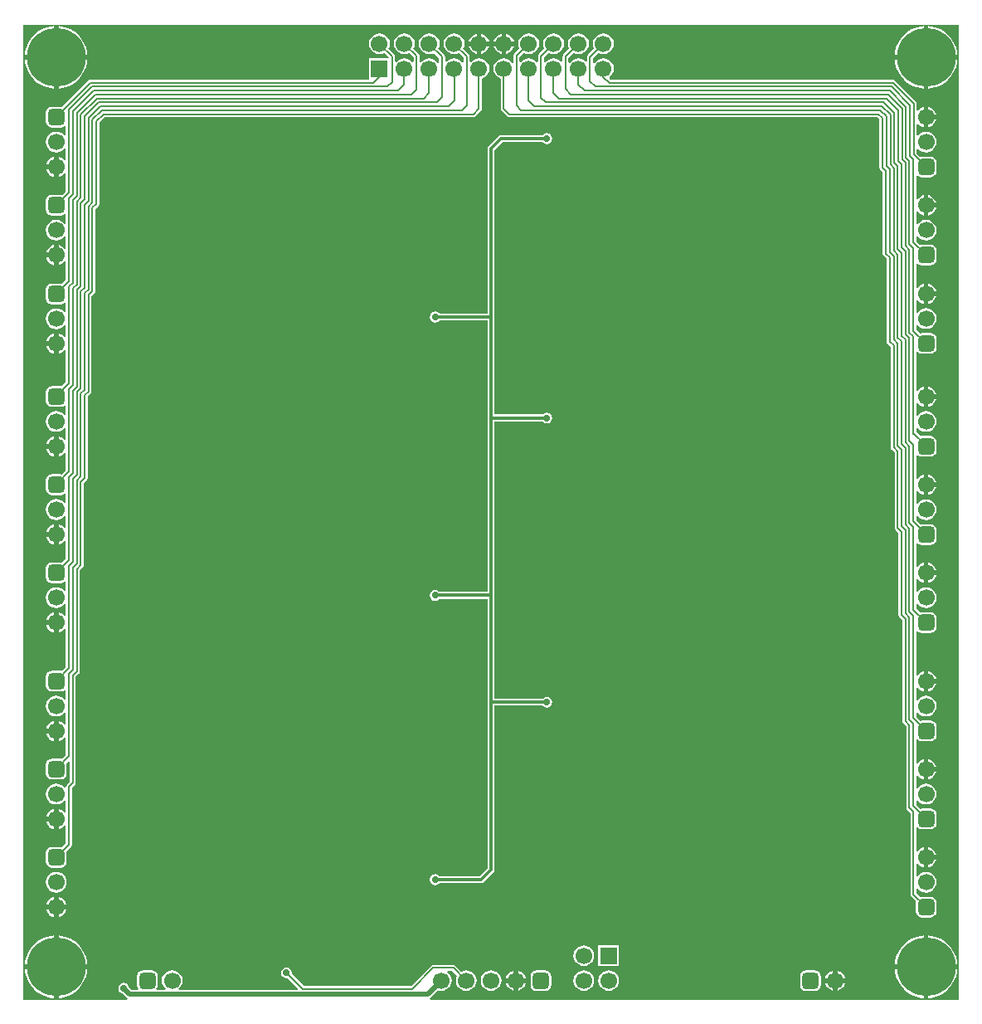
<source format=gbl>
G04 Layer_Physical_Order=2*
G04 Layer_Color=16711680*
%FSLAX44Y44*%
%MOMM*%
G71*
G01*
G75*
%ADD29C,0.5000*%
%ADD30C,0.2000*%
%ADD32C,0.3000*%
%ADD34C,1.7000*%
%ADD35R,1.7000X1.7000*%
G04:AMPARAMS|DCode=36|XSize=1.7mm|YSize=1.7mm|CornerRadius=0.425mm|HoleSize=0mm|Usage=FLASHONLY|Rotation=270.000|XOffset=0mm|YOffset=0mm|HoleType=Round|Shape=RoundedRectangle|*
%AMROUNDEDRECTD36*
21,1,1.7000,0.8500,0,0,270.0*
21,1,0.8500,1.7000,0,0,270.0*
1,1,0.8500,-0.4250,-0.4250*
1,1,0.8500,-0.4250,0.4250*
1,1,0.8500,0.4250,0.4250*
1,1,0.8500,0.4250,-0.4250*
%
%ADD36ROUNDEDRECTD36*%
G04:AMPARAMS|DCode=37|XSize=1.7mm|YSize=1.7mm|CornerRadius=0.425mm|HoleSize=0mm|Usage=FLASHONLY|Rotation=0.000|XOffset=0mm|YOffset=0mm|HoleType=Round|Shape=RoundedRectangle|*
%AMROUNDEDRECTD37*
21,1,1.7000,0.8500,0,0,0.0*
21,1,0.8500,1.7000,0,0,0.0*
1,1,0.8500,0.4250,-0.4250*
1,1,0.8500,-0.4250,-0.4250*
1,1,0.8500,-0.4250,0.4250*
1,1,0.8500,0.4250,0.4250*
%
%ADD37ROUNDEDRECTD37*%
%ADD38R,1.7000X1.7000*%
%ADD39C,6.0000*%
%ADD40C,0.7000*%
G36*
X977451Y2549D02*
X437783D01*
X437030Y3726D01*
X437042Y3819D01*
X438444Y4756D01*
X445752Y12063D01*
X446459Y11770D01*
X449200Y11409D01*
X451941Y11770D01*
X454495Y12828D01*
X456689Y14511D01*
X458372Y16705D01*
X459430Y19259D01*
X459791Y22000D01*
X459430Y24741D01*
X458372Y27295D01*
X456689Y29489D01*
X455148Y30671D01*
X455579Y31941D01*
X460333D01*
X465297Y26978D01*
X464370Y24741D01*
X464009Y22000D01*
X464370Y19259D01*
X465428Y16705D01*
X467111Y14511D01*
X469305Y12828D01*
X471859Y11770D01*
X474600Y11409D01*
X477341Y11770D01*
X479895Y12828D01*
X482089Y14511D01*
X483772Y16705D01*
X484830Y19259D01*
X485191Y22000D01*
X484830Y24741D01*
X483772Y27295D01*
X482089Y29489D01*
X479895Y31172D01*
X477341Y32230D01*
X474600Y32591D01*
X471859Y32230D01*
X469622Y31303D01*
X463763Y37163D01*
X462771Y37826D01*
X461600Y38059D01*
X461600Y38059D01*
X441000D01*
X441000Y38059D01*
X439829Y37826D01*
X438837Y37163D01*
X438837Y37163D01*
X418233Y16559D01*
X308767D01*
X296395Y28931D01*
X296608Y30000D01*
X296181Y32146D01*
X294965Y33965D01*
X293146Y35181D01*
X291000Y35608D01*
X288854Y35181D01*
X287035Y33965D01*
X285819Y32146D01*
X285392Y30000D01*
X285819Y27854D01*
X287035Y26035D01*
X288854Y24819D01*
X291000Y24392D01*
X292069Y24605D01*
X302913Y13762D01*
X302427Y12588D01*
X181469D01*
X181038Y13858D01*
X181889Y14511D01*
X183572Y16705D01*
X184630Y19259D01*
X184991Y22000D01*
X184630Y24741D01*
X183572Y27295D01*
X181889Y29489D01*
X179695Y31172D01*
X177141Y32230D01*
X174400Y32591D01*
X171659Y32230D01*
X169105Y31172D01*
X166911Y29489D01*
X165228Y27295D01*
X164170Y24741D01*
X163809Y22000D01*
X164170Y19259D01*
X165228Y16705D01*
X166911Y14511D01*
X167763Y13858D01*
X167331Y12588D01*
X158845D01*
X158166Y13858D01*
X159137Y15311D01*
X159622Y17750D01*
Y26250D01*
X159137Y28689D01*
X157756Y30756D01*
X155689Y32137D01*
X153250Y32622D01*
X144750D01*
X142311Y32137D01*
X140244Y30756D01*
X138863Y28689D01*
X138378Y26250D01*
Y17750D01*
X138863Y15311D01*
X139834Y13858D01*
X139155Y12588D01*
X132900D01*
X130389Y15100D01*
X130181Y16146D01*
X128965Y17965D01*
X127146Y19181D01*
X125000Y19608D01*
X122854Y19181D01*
X121035Y17965D01*
X119819Y16146D01*
X119392Y14000D01*
X119819Y11854D01*
X121035Y10035D01*
X122854Y8819D01*
X123900Y8611D01*
X127756Y4756D01*
X129158Y3819D01*
X129170Y3726D01*
X128417Y2549D01*
X22549D01*
Y997451D01*
X977451D01*
Y2549D01*
D02*
G37*
%LPC*%
G36*
X58500Y107261D02*
Y99500D01*
X66261D01*
X66230Y99741D01*
X65172Y102295D01*
X63489Y104489D01*
X61295Y106172D01*
X58741Y107230D01*
X58500Y107261D01*
D02*
G37*
G36*
X56000Y132991D02*
X53259Y132630D01*
X50705Y131572D01*
X48511Y129889D01*
X46828Y127695D01*
X45770Y125141D01*
X45409Y122400D01*
X45770Y119659D01*
X46828Y117105D01*
X48511Y114911D01*
X50705Y113228D01*
X53259Y112170D01*
X56000Y111809D01*
X58741Y112170D01*
X61295Y113228D01*
X63489Y114911D01*
X65172Y117105D01*
X66230Y119659D01*
X66590Y122400D01*
X66230Y125141D01*
X65172Y127695D01*
X63489Y129889D01*
X61295Y131572D01*
X58741Y132630D01*
X56000Y132991D01*
D02*
G37*
G36*
X946500Y158061D02*
Y150300D01*
X954261D01*
X954230Y150541D01*
X953172Y153095D01*
X951489Y155289D01*
X949295Y156972D01*
X946741Y158030D01*
X946500Y158061D01*
D02*
G37*
G36*
X954261Y145300D02*
X946500D01*
Y137538D01*
X946741Y137570D01*
X949295Y138628D01*
X951489Y140311D01*
X953172Y142505D01*
X954230Y145059D01*
X954261Y145300D01*
D02*
G37*
G36*
X53500Y107261D02*
X53259Y107230D01*
X50705Y106172D01*
X48511Y104489D01*
X46828Y102295D01*
X45770Y99741D01*
X45739Y99500D01*
X53500D01*
Y107261D01*
D02*
G37*
G36*
X941500Y67902D02*
X938979Y67704D01*
X934081Y66528D01*
X929427Y64600D01*
X925133Y61969D01*
X921303Y58697D01*
X918031Y54867D01*
X915400Y50573D01*
X913472Y45919D01*
X912296Y41021D01*
X912098Y38500D01*
X941500D01*
Y67902D01*
D02*
G37*
G36*
X58500D02*
Y38500D01*
X87902D01*
X87704Y41021D01*
X86528Y45919D01*
X84600Y50573D01*
X81969Y54867D01*
X78697Y58697D01*
X74867Y61969D01*
X70573Y64600D01*
X65919Y66528D01*
X61021Y67704D01*
X58500Y67902D01*
D02*
G37*
G36*
X946500D02*
Y38500D01*
X975902D01*
X975704Y41021D01*
X974528Y45919D01*
X972600Y50573D01*
X969969Y54867D01*
X966697Y58697D01*
X962867Y61969D01*
X958573Y64600D01*
X953919Y66528D01*
X949021Y67704D01*
X946500Y67902D01*
D02*
G37*
G36*
X53500Y94500D02*
X45739D01*
X45770Y94259D01*
X46828Y91705D01*
X48511Y89511D01*
X50705Y87828D01*
X53259Y86770D01*
X53500Y86739D01*
Y94500D01*
D02*
G37*
G36*
X66261D02*
X58500D01*
Y86739D01*
X58741Y86770D01*
X61295Y87828D01*
X63489Y89511D01*
X65172Y91705D01*
X66230Y94259D01*
X66261Y94500D01*
D02*
G37*
G36*
X954261Y325100D02*
X946500D01*
Y317339D01*
X946741Y317370D01*
X949295Y318428D01*
X951489Y320111D01*
X953172Y322305D01*
X954230Y324859D01*
X954261Y325100D01*
D02*
G37*
G36*
X53500Y287061D02*
X53259Y287030D01*
X50705Y285972D01*
X48511Y284289D01*
X46828Y282095D01*
X45770Y279541D01*
X45739Y279300D01*
X53500D01*
Y287061D01*
D02*
G37*
G36*
X946500Y337861D02*
Y330100D01*
X954261D01*
X954230Y330341D01*
X953172Y332895D01*
X951489Y335089D01*
X949295Y336772D01*
X946741Y337830D01*
X946500Y337861D01*
D02*
G37*
G36*
X53500Y397462D02*
X53259Y397430D01*
X50705Y396372D01*
X48511Y394689D01*
X46828Y392495D01*
X45770Y389941D01*
X45739Y389700D01*
X53500D01*
Y397462D01*
D02*
G37*
G36*
Y384700D02*
X45739D01*
X45770Y384459D01*
X46828Y381905D01*
X48511Y379711D01*
X50705Y378028D01*
X53259Y376970D01*
X53500Y376939D01*
Y384700D01*
D02*
G37*
G36*
X53500Y197262D02*
X53259Y197230D01*
X50705Y196172D01*
X48511Y194489D01*
X46828Y192295D01*
X45770Y189741D01*
X45739Y189500D01*
X53500D01*
Y197262D01*
D02*
G37*
G36*
Y184500D02*
X45739D01*
X45770Y184259D01*
X46828Y181705D01*
X48511Y179511D01*
X50705Y177828D01*
X53259Y176770D01*
X53500Y176738D01*
Y184500D01*
D02*
G37*
G36*
X954261Y235300D02*
X946500D01*
Y227539D01*
X946741Y227570D01*
X949295Y228628D01*
X951489Y230311D01*
X953172Y232505D01*
X954230Y235059D01*
X954261Y235300D01*
D02*
G37*
G36*
X53500Y274300D02*
X45739D01*
X45770Y274059D01*
X46828Y271505D01*
X48511Y269311D01*
X50705Y267628D01*
X53259Y266570D01*
X53500Y266539D01*
Y274300D01*
D02*
G37*
G36*
X946500Y248062D02*
Y240300D01*
X954261D01*
X954230Y240541D01*
X953172Y243095D01*
X951489Y245289D01*
X949295Y246972D01*
X946741Y248030D01*
X946500Y248062D01*
D02*
G37*
G36*
X500000Y32591D02*
X497259Y32230D01*
X494705Y31172D01*
X492511Y29489D01*
X490828Y27295D01*
X489770Y24741D01*
X489409Y22000D01*
X489770Y19259D01*
X490828Y16705D01*
X492511Y14511D01*
X494705Y12828D01*
X497259Y11770D01*
X500000Y11409D01*
X502741Y11770D01*
X505295Y12828D01*
X507489Y14511D01*
X509172Y16705D01*
X510230Y19259D01*
X510591Y22000D01*
X510230Y24741D01*
X509172Y27295D01*
X507489Y29489D01*
X505295Y31172D01*
X502741Y32230D01*
X500000Y32591D01*
D02*
G37*
G36*
X830250Y32622D02*
X821750D01*
X819311Y32137D01*
X817244Y30756D01*
X815863Y28689D01*
X815378Y26250D01*
Y17750D01*
X815863Y15311D01*
X817244Y13244D01*
X819311Y11863D01*
X821750Y11378D01*
X830250D01*
X832689Y11863D01*
X834756Y13244D01*
X836137Y15311D01*
X836622Y17750D01*
Y26250D01*
X836137Y28689D01*
X834756Y30756D01*
X832689Y32137D01*
X830250Y32622D01*
D02*
G37*
G36*
X594600Y32591D02*
X591859Y32230D01*
X589305Y31172D01*
X587111Y29489D01*
X585428Y27295D01*
X584370Y24741D01*
X584009Y22000D01*
X584370Y19259D01*
X585428Y16705D01*
X587111Y14511D01*
X589305Y12828D01*
X591859Y11770D01*
X594600Y11409D01*
X597341Y11770D01*
X599895Y12828D01*
X602089Y14511D01*
X603772Y16705D01*
X604830Y19259D01*
X605191Y22000D01*
X604830Y24741D01*
X603772Y27295D01*
X602089Y29489D01*
X599895Y31172D01*
X597341Y32230D01*
X594600Y32591D01*
D02*
G37*
G36*
X535661Y19500D02*
X527900D01*
Y11739D01*
X528141Y11770D01*
X530695Y12828D01*
X532889Y14511D01*
X534572Y16705D01*
X535630Y19259D01*
X535661Y19500D01*
D02*
G37*
G36*
X620000Y32591D02*
X617259Y32230D01*
X614705Y31172D01*
X612511Y29489D01*
X610828Y27295D01*
X609770Y24741D01*
X609409Y22000D01*
X609770Y19259D01*
X610828Y16705D01*
X612511Y14511D01*
X614705Y12828D01*
X617259Y11770D01*
X620000Y11409D01*
X622741Y11770D01*
X625295Y12828D01*
X627489Y14511D01*
X629172Y16705D01*
X630230Y19259D01*
X630591Y22000D01*
X630230Y24741D01*
X629172Y27295D01*
X627489Y29489D01*
X625295Y31172D01*
X622741Y32230D01*
X620000Y32591D01*
D02*
G37*
G36*
X87902Y33500D02*
X58500D01*
Y4098D01*
X61021Y4296D01*
X65919Y5472D01*
X70573Y7400D01*
X74867Y10031D01*
X78697Y13303D01*
X81969Y17133D01*
X84600Y21427D01*
X86528Y26081D01*
X87704Y30979D01*
X87902Y33500D01*
D02*
G37*
G36*
X53500D02*
X24098D01*
X24296Y30979D01*
X25472Y26081D01*
X27400Y21427D01*
X30031Y17133D01*
X33303Y13303D01*
X37133Y10031D01*
X41427Y7400D01*
X46081Y5472D01*
X50979Y4296D01*
X53500Y4098D01*
Y33500D01*
D02*
G37*
G36*
X941500D02*
X912098D01*
X912296Y30979D01*
X913472Y26081D01*
X915400Y21427D01*
X918031Y17133D01*
X921303Y13303D01*
X925133Y10031D01*
X929427Y7400D01*
X934081Y5472D01*
X938979Y4296D01*
X941500Y4098D01*
Y33500D01*
D02*
G37*
G36*
X555050Y32622D02*
X546550D01*
X544111Y32137D01*
X542044Y30756D01*
X540663Y28689D01*
X540178Y26250D01*
Y17750D01*
X540663Y15311D01*
X542044Y13244D01*
X544111Y11863D01*
X546550Y11378D01*
X555050D01*
X557489Y11863D01*
X559556Y13244D01*
X560937Y15311D01*
X561422Y17750D01*
Y26250D01*
X560937Y28689D01*
X559556Y30756D01*
X557489Y32137D01*
X555050Y32622D01*
D02*
G37*
G36*
X975902Y33500D02*
X946500D01*
Y4098D01*
X949021Y4296D01*
X953919Y5472D01*
X958573Y7400D01*
X962867Y10031D01*
X966697Y13303D01*
X969969Y17133D01*
X972600Y21427D01*
X974528Y26081D01*
X975704Y30979D01*
X975902Y33500D01*
D02*
G37*
G36*
X853900Y32262D02*
Y24500D01*
X861661D01*
X861630Y24741D01*
X860572Y27295D01*
X858889Y29489D01*
X856695Y31172D01*
X854141Y32230D01*
X853900Y32262D01*
D02*
G37*
G36*
X848900D02*
X848659Y32230D01*
X846105Y31172D01*
X843911Y29489D01*
X842228Y27295D01*
X841170Y24741D01*
X841139Y24500D01*
X848900D01*
Y32262D01*
D02*
G37*
G36*
X594600Y57991D02*
X591859Y57630D01*
X589305Y56572D01*
X587111Y54889D01*
X585428Y52695D01*
X584370Y50141D01*
X584009Y47400D01*
X584370Y44659D01*
X585428Y42105D01*
X587111Y39911D01*
X589305Y38228D01*
X591859Y37170D01*
X594600Y36809D01*
X597341Y37170D01*
X599895Y38228D01*
X602089Y39911D01*
X603772Y42105D01*
X604830Y44659D01*
X605191Y47400D01*
X604830Y50141D01*
X603772Y52695D01*
X602089Y54889D01*
X599895Y56572D01*
X597341Y57630D01*
X594600Y57991D01*
D02*
G37*
G36*
X53500Y67902D02*
X50979Y67704D01*
X46081Y66528D01*
X41427Y64600D01*
X37133Y61969D01*
X33303Y58697D01*
X30031Y54867D01*
X27400Y50573D01*
X25472Y45919D01*
X24296Y41021D01*
X24098Y38500D01*
X53500D01*
Y67902D01*
D02*
G37*
G36*
X630500Y57900D02*
X609500D01*
Y36900D01*
X630500D01*
Y57900D01*
D02*
G37*
G36*
X861661Y19500D02*
X853900D01*
Y11739D01*
X854141Y11770D01*
X856695Y12828D01*
X858889Y14511D01*
X860572Y16705D01*
X861630Y19259D01*
X861661Y19500D01*
D02*
G37*
G36*
X848900D02*
X841139D01*
X841170Y19259D01*
X842228Y16705D01*
X843911Y14511D01*
X846105Y12828D01*
X848659Y11770D01*
X848900Y11739D01*
Y19500D01*
D02*
G37*
G36*
X522900Y19500D02*
X515139D01*
X515170Y19259D01*
X516228Y16705D01*
X517911Y14511D01*
X520105Y12828D01*
X522659Y11770D01*
X522900Y11739D01*
Y19500D01*
D02*
G37*
G36*
X527900Y32262D02*
Y24500D01*
X535662D01*
X535630Y24741D01*
X534572Y27295D01*
X532889Y29489D01*
X530695Y31172D01*
X528141Y32230D01*
X527900Y32262D01*
D02*
G37*
G36*
X522900Y32261D02*
X522659Y32230D01*
X520105Y31172D01*
X517911Y29489D01*
X516228Y27295D01*
X515170Y24741D01*
X515139Y24500D01*
X522900D01*
Y32261D01*
D02*
G37*
G36*
X462200Y988491D02*
X459459Y988130D01*
X456905Y987072D01*
X454711Y985389D01*
X453028Y983195D01*
X451970Y980641D01*
X451609Y977900D01*
X451970Y975159D01*
X453028Y972605D01*
X454711Y970411D01*
X456905Y968728D01*
X459459Y967670D01*
X462200Y967309D01*
X464941Y967670D01*
X467248Y968626D01*
X471941Y963933D01*
Y959139D01*
X470671Y958708D01*
X469689Y959989D01*
X467495Y961672D01*
X464941Y962730D01*
X462200Y963091D01*
X459459Y962730D01*
X456905Y961672D01*
X454711Y959989D01*
X454261Y959402D01*
X453059Y959810D01*
Y964800D01*
X452826Y965971D01*
X452163Y966963D01*
X446133Y972993D01*
X447030Y975159D01*
X447391Y977900D01*
X447030Y980641D01*
X445972Y983195D01*
X444289Y985389D01*
X442095Y987072D01*
X439541Y988130D01*
X436800Y988491D01*
X434059Y988130D01*
X431505Y987072D01*
X429311Y985389D01*
X427628Y983195D01*
X426570Y980641D01*
X426209Y977900D01*
X426570Y975159D01*
X427628Y972605D01*
X429311Y970411D01*
X431505Y968728D01*
X434059Y967670D01*
X436800Y967309D01*
X439541Y967670D01*
X441848Y968626D01*
X446941Y963533D01*
Y958618D01*
X445671Y958187D01*
X444289Y959989D01*
X442095Y961672D01*
X439541Y962730D01*
X436800Y963091D01*
X434059Y962730D01*
X431505Y961672D01*
X429311Y959989D01*
X428329Y958708D01*
X427059Y959139D01*
Y965400D01*
X427059Y965400D01*
X426826Y966571D01*
X426163Y967563D01*
X426163Y967563D01*
X420733Y972993D01*
X421630Y975159D01*
X421991Y977900D01*
X421630Y980641D01*
X420572Y983195D01*
X418889Y985389D01*
X416695Y987072D01*
X414141Y988130D01*
X411400Y988491D01*
X408659Y988130D01*
X406105Y987072D01*
X403911Y985389D01*
X402228Y983195D01*
X401170Y980641D01*
X400809Y977900D01*
X401170Y975159D01*
X402228Y972605D01*
X403911Y970411D01*
X406105Y968728D01*
X408659Y967670D01*
X411400Y967309D01*
X414141Y967670D01*
X416448Y968626D01*
X420941Y964133D01*
Y959400D01*
X419671Y958969D01*
X418889Y959989D01*
X416695Y961672D01*
X414141Y962730D01*
X411400Y963091D01*
X408659Y962730D01*
X406105Y961672D01*
X403911Y959989D01*
X403329Y959230D01*
X402059Y959661D01*
Y965000D01*
X402059Y965000D01*
X401826Y966171D01*
X401163Y967163D01*
X401163Y967163D01*
X395333Y972993D01*
X396230Y975159D01*
X396591Y977900D01*
X396230Y980641D01*
X395172Y983195D01*
X393489Y985389D01*
X391295Y987072D01*
X388741Y988130D01*
X386000Y988491D01*
X383259Y988130D01*
X380705Y987072D01*
X378511Y985389D01*
X376828Y983195D01*
X375770Y980641D01*
X375409Y977900D01*
X375770Y975159D01*
X376828Y972605D01*
X378511Y970411D01*
X380705Y968728D01*
X383259Y967670D01*
X386000Y967309D01*
X388741Y967670D01*
X391048Y968626D01*
X395404Y964270D01*
X394878Y963000D01*
X375500D01*
Y942000D01*
X374706Y941059D01*
X91000D01*
X91000Y941059D01*
X89829Y940826D01*
X88837Y940163D01*
X61957Y913283D01*
X60250Y913622D01*
X51750D01*
X49311Y913137D01*
X47244Y911756D01*
X45863Y909689D01*
X45377Y907250D01*
Y898750D01*
X45863Y896311D01*
X47244Y894244D01*
X49311Y892863D01*
X51750Y892378D01*
X60250D01*
X62689Y892863D01*
X64671Y894187D01*
X65678Y893964D01*
X65941Y893884D01*
Y883979D01*
X64671Y883548D01*
X63489Y885089D01*
X61295Y886772D01*
X58741Y887830D01*
X56000Y888191D01*
X53259Y887830D01*
X50705Y886772D01*
X48511Y885089D01*
X46828Y882895D01*
X45770Y880341D01*
X45409Y877600D01*
X45770Y874859D01*
X46828Y872305D01*
X48511Y870111D01*
X50705Y868428D01*
X53259Y867370D01*
X56000Y867009D01*
X58741Y867370D01*
X61295Y868428D01*
X63489Y870111D01*
X64671Y871653D01*
X65941Y871221D01*
Y858579D01*
X64671Y858148D01*
X63489Y859689D01*
X61295Y861372D01*
X58741Y862430D01*
X58500Y862461D01*
Y852200D01*
Y841939D01*
X58741Y841970D01*
X61295Y843028D01*
X63489Y844711D01*
X64671Y846253D01*
X65941Y845821D01*
Y827267D01*
X61957Y823283D01*
X60250Y823622D01*
X51750D01*
X49311Y823137D01*
X47244Y821756D01*
X45863Y819689D01*
X45377Y817250D01*
Y808750D01*
X45863Y806311D01*
X47244Y804244D01*
X49311Y802863D01*
X51750Y802378D01*
X60250D01*
X62689Y802863D01*
X64671Y804187D01*
X65678Y803964D01*
X65941Y803884D01*
Y793979D01*
X64671Y793548D01*
X63489Y795089D01*
X61295Y796772D01*
X58741Y797830D01*
X56000Y798191D01*
X53259Y797830D01*
X50705Y796772D01*
X48511Y795089D01*
X46828Y792895D01*
X45770Y790341D01*
X45409Y787600D01*
X45770Y784859D01*
X46828Y782305D01*
X48511Y780111D01*
X50705Y778428D01*
X53259Y777370D01*
X56000Y777009D01*
X58741Y777370D01*
X61295Y778428D01*
X63489Y780111D01*
X64671Y781653D01*
X65941Y781221D01*
Y768579D01*
X64671Y768148D01*
X63489Y769689D01*
X61295Y771372D01*
X58741Y772430D01*
X58500Y772461D01*
Y762200D01*
Y751938D01*
X58741Y751970D01*
X61295Y753028D01*
X63489Y754711D01*
X64671Y756253D01*
X65941Y755821D01*
Y736867D01*
X61957Y732883D01*
X60250Y733222D01*
X51750D01*
X49311Y732737D01*
X47244Y731356D01*
X45863Y729289D01*
X45377Y726850D01*
Y718350D01*
X45863Y715911D01*
X47244Y713844D01*
X49311Y712463D01*
X51750Y711978D01*
X60250D01*
X62689Y712463D01*
X64671Y713787D01*
X65678Y713564D01*
X65941Y713484D01*
Y703579D01*
X64671Y703148D01*
X63489Y704689D01*
X61295Y706372D01*
X58741Y707430D01*
X56000Y707791D01*
X53259Y707430D01*
X50705Y706372D01*
X48511Y704689D01*
X46828Y702495D01*
X45770Y699941D01*
X45409Y697200D01*
X45770Y694459D01*
X46828Y691905D01*
X48511Y689711D01*
X50705Y688028D01*
X53259Y686970D01*
X56000Y686609D01*
X58741Y686970D01*
X61295Y688028D01*
X63489Y689711D01*
X64671Y691253D01*
X65941Y690821D01*
Y678179D01*
X64671Y677747D01*
X63489Y679289D01*
X61295Y680972D01*
X58741Y682030D01*
X58500Y682061D01*
Y671800D01*
Y661538D01*
X58741Y661570D01*
X61295Y662628D01*
X63489Y664311D01*
X64671Y665853D01*
X65941Y665421D01*
Y632667D01*
X61457Y628182D01*
X60250Y628422D01*
X51750D01*
X49311Y627937D01*
X47244Y626556D01*
X45863Y624489D01*
X45377Y622050D01*
Y613550D01*
X45863Y611111D01*
X47244Y609044D01*
X49311Y607663D01*
X51750Y607178D01*
X60250D01*
X62689Y607663D01*
X64671Y608987D01*
X65678Y608764D01*
X65941Y608685D01*
Y598779D01*
X64671Y598348D01*
X63489Y599889D01*
X61295Y601572D01*
X58741Y602630D01*
X56000Y602991D01*
X53259Y602630D01*
X50705Y601572D01*
X48511Y599889D01*
X46828Y597695D01*
X45770Y595141D01*
X45409Y592400D01*
X45770Y589659D01*
X46828Y587105D01*
X48511Y584911D01*
X50705Y583228D01*
X53259Y582170D01*
X56000Y581809D01*
X58741Y582170D01*
X61295Y583228D01*
X63489Y584911D01*
X64671Y586452D01*
X65941Y586021D01*
Y573379D01*
X64671Y572948D01*
X63489Y574489D01*
X61295Y576172D01*
X58741Y577230D01*
X58500Y577262D01*
Y567000D01*
Y556739D01*
X58741Y556770D01*
X61295Y557828D01*
X63489Y559511D01*
X64671Y561053D01*
X65941Y560621D01*
Y542667D01*
X61623Y538349D01*
X60250Y538622D01*
X51750D01*
X49311Y538137D01*
X47244Y536756D01*
X45863Y534689D01*
X45377Y532250D01*
Y523750D01*
X45863Y521311D01*
X47244Y519244D01*
X49311Y517863D01*
X51750Y517378D01*
X60250D01*
X62689Y517863D01*
X64671Y519187D01*
X65678Y518964D01*
X65941Y518885D01*
Y508979D01*
X64671Y508548D01*
X63489Y510089D01*
X61295Y511772D01*
X58741Y512830D01*
X56000Y513191D01*
X53259Y512830D01*
X50705Y511772D01*
X48511Y510089D01*
X46828Y507895D01*
X45770Y505341D01*
X45409Y502600D01*
X45770Y499859D01*
X46828Y497305D01*
X48511Y495111D01*
X50705Y493428D01*
X53259Y492370D01*
X56000Y492009D01*
X58741Y492370D01*
X61295Y493428D01*
X63489Y495111D01*
X64671Y496652D01*
X65941Y496221D01*
Y483579D01*
X64671Y483148D01*
X63489Y484689D01*
X61295Y486372D01*
X58741Y487430D01*
X58500Y487462D01*
Y477200D01*
Y466939D01*
X58741Y466970D01*
X61295Y468028D01*
X63489Y469711D01*
X64671Y471253D01*
X65941Y470821D01*
Y452267D01*
X61957Y448283D01*
X60250Y448622D01*
X51750D01*
X49311Y448137D01*
X47244Y446756D01*
X45863Y444689D01*
X45377Y442250D01*
Y433750D01*
X45863Y431311D01*
X47244Y429244D01*
X49311Y427863D01*
X51750Y427378D01*
X60250D01*
X62689Y427863D01*
X64671Y429187D01*
X65678Y428964D01*
X65941Y428885D01*
Y418979D01*
X64671Y418548D01*
X63489Y420089D01*
X61295Y421772D01*
X58741Y422830D01*
X56000Y423191D01*
X53259Y422830D01*
X50705Y421772D01*
X48511Y420089D01*
X46828Y417895D01*
X45770Y415341D01*
X45409Y412600D01*
X45770Y409859D01*
X46828Y407305D01*
X48511Y405111D01*
X50705Y403428D01*
X53259Y402370D01*
X56000Y402009D01*
X58741Y402370D01*
X61295Y403428D01*
X63489Y405111D01*
X64671Y406652D01*
X65941Y406221D01*
Y393579D01*
X64671Y393148D01*
X63489Y394689D01*
X61295Y396372D01*
X58741Y397430D01*
X58500Y397461D01*
Y387200D01*
Y376939D01*
X58741Y376970D01*
X61295Y378028D01*
X63489Y379711D01*
X64671Y381253D01*
X65941Y380821D01*
Y341867D01*
X61957Y337883D01*
X60250Y338222D01*
X51750D01*
X49311Y337737D01*
X47244Y336356D01*
X45863Y334289D01*
X45377Y331850D01*
Y323350D01*
X45863Y320911D01*
X47244Y318844D01*
X49311Y317463D01*
X51750Y316978D01*
X60250D01*
X62689Y317463D01*
X64671Y318787D01*
X65678Y318564D01*
X65941Y318484D01*
Y308579D01*
X64671Y308148D01*
X63489Y309689D01*
X61295Y311372D01*
X58741Y312430D01*
X56000Y312791D01*
X53259Y312430D01*
X50705Y311372D01*
X48511Y309689D01*
X46828Y307495D01*
X45770Y304941D01*
X45409Y302200D01*
X45770Y299459D01*
X46828Y296905D01*
X48511Y294711D01*
X50705Y293028D01*
X53259Y291970D01*
X56000Y291609D01*
X58741Y291970D01*
X61295Y293028D01*
X63489Y294711D01*
X64671Y296252D01*
X65941Y295821D01*
Y283179D01*
X64671Y282747D01*
X63489Y284289D01*
X61295Y285972D01*
X58741Y287030D01*
X58500Y287061D01*
Y276800D01*
Y266539D01*
X58741Y266570D01*
X61295Y267628D01*
X63489Y269311D01*
X64671Y270853D01*
X65941Y270421D01*
Y252067D01*
X61957Y248083D01*
X60250Y248422D01*
X51750D01*
X49311Y247937D01*
X47244Y246556D01*
X45863Y244489D01*
X45377Y242050D01*
Y233550D01*
X45863Y231111D01*
X47244Y229044D01*
X49311Y227663D01*
X51750Y227178D01*
X60250D01*
X62689Y227663D01*
X64756Y229044D01*
X66137Y231111D01*
X66622Y233550D01*
Y242050D01*
X66283Y243757D01*
X68768Y246242D01*
X69941Y245756D01*
Y225010D01*
X66837Y221906D01*
X66174Y220914D01*
X65941Y219743D01*
X65941Y219743D01*
Y218779D01*
X64671Y218347D01*
X63489Y219889D01*
X61295Y221572D01*
X58741Y222630D01*
X56000Y222991D01*
X53259Y222630D01*
X50705Y221572D01*
X48511Y219889D01*
X46828Y217695D01*
X45770Y215141D01*
X45409Y212400D01*
X45770Y209659D01*
X46828Y207105D01*
X48511Y204911D01*
X50705Y203228D01*
X53259Y202170D01*
X56000Y201809D01*
X58741Y202170D01*
X61295Y203228D01*
X63489Y204911D01*
X64671Y206453D01*
X65941Y206021D01*
Y193379D01*
X64671Y192948D01*
X63489Y194489D01*
X61295Y196172D01*
X58741Y197230D01*
X58500Y197261D01*
Y187000D01*
Y176738D01*
X58741Y176770D01*
X61295Y177828D01*
X63489Y179511D01*
X64671Y181052D01*
X65941Y180621D01*
Y162067D01*
X61957Y158083D01*
X60250Y158422D01*
X51750D01*
X49311Y157937D01*
X47244Y156556D01*
X45863Y154489D01*
X45377Y152050D01*
Y143550D01*
X45863Y141111D01*
X47244Y139044D01*
X49311Y137663D01*
X51750Y137178D01*
X60250D01*
X62689Y137663D01*
X64756Y139044D01*
X66137Y141111D01*
X66622Y143550D01*
Y152050D01*
X66283Y153757D01*
X71163Y158637D01*
X71163Y158637D01*
X71826Y159629D01*
X72059Y160800D01*
Y218476D01*
X75163Y221580D01*
X75163Y221580D01*
X75826Y222573D01*
X76059Y223743D01*
Y332019D01*
X79163Y335123D01*
X79163Y335123D01*
X79826Y336116D01*
X80059Y337286D01*
Y440762D01*
X83163Y443867D01*
X83163Y443867D01*
X83826Y444859D01*
X84059Y446030D01*
Y529506D01*
X87163Y532610D01*
X87826Y533602D01*
X88059Y534773D01*
X88059Y534773D01*
Y617849D01*
X91163Y620953D01*
X91163Y620953D01*
X91826Y621945D01*
X92059Y623116D01*
X92059Y623116D01*
Y720392D01*
X95163Y723496D01*
X95163Y723496D01*
X95826Y724488D01*
X96059Y725659D01*
Y809135D01*
X99163Y812239D01*
X99163Y812239D01*
X99826Y813232D01*
X100059Y814402D01*
X100059Y814402D01*
Y889914D01*
X100059Y889914D01*
Y897478D01*
X105522Y902941D01*
X482000D01*
X482000Y902941D01*
X483171Y903174D01*
X484163Y903837D01*
X489763Y909437D01*
X490426Y910430D01*
X490659Y911600D01*
X490659Y911600D01*
Y942402D01*
X492895Y943328D01*
X495089Y945011D01*
X496772Y947205D01*
X497830Y949759D01*
X498191Y952500D01*
X497830Y955241D01*
X496772Y957795D01*
X495089Y959989D01*
X492895Y961672D01*
X490341Y962730D01*
X487600Y963091D01*
X484859Y962730D01*
X482305Y961672D01*
X480111Y959989D01*
X479329Y958969D01*
X478059Y959400D01*
Y965200D01*
X477826Y966371D01*
X477163Y967363D01*
X471533Y972993D01*
X472430Y975159D01*
X472791Y977900D01*
X472430Y980641D01*
X471372Y983195D01*
X469689Y985389D01*
X467495Y987072D01*
X464941Y988130D01*
X462200Y988491D01*
D02*
G37*
G36*
X975902Y961500D02*
X946500D01*
Y932098D01*
X949021Y932296D01*
X953919Y933472D01*
X958573Y935400D01*
X962867Y938031D01*
X966697Y941303D01*
X969969Y945133D01*
X972600Y949427D01*
X974528Y954081D01*
X975704Y958979D01*
X975902Y961500D01*
D02*
G37*
G36*
X53500Y995902D02*
X50979Y995704D01*
X46081Y994528D01*
X41427Y992600D01*
X37133Y989969D01*
X33303Y986697D01*
X30031Y982867D01*
X27400Y978573D01*
X25472Y973919D01*
X24296Y969021D01*
X24098Y966500D01*
X53500D01*
Y995902D01*
D02*
G37*
G36*
X941500D02*
X938979Y995704D01*
X934081Y994528D01*
X929427Y992600D01*
X925133Y989969D01*
X921303Y986697D01*
X918031Y982867D01*
X915400Y978573D01*
X913472Y973919D01*
X912296Y969021D01*
X912098Y966500D01*
X941500D01*
Y995902D01*
D02*
G37*
G36*
X58500D02*
Y966500D01*
X87902D01*
X87704Y969021D01*
X86528Y973919D01*
X84600Y978573D01*
X81969Y982867D01*
X78697Y986697D01*
X74867Y989969D01*
X70573Y992600D01*
X65919Y994528D01*
X61021Y995704D01*
X58500Y995902D01*
D02*
G37*
G36*
X946500Y913261D02*
Y905500D01*
X954261D01*
X954230Y905741D01*
X953172Y908295D01*
X951489Y910489D01*
X949295Y912172D01*
X946741Y913230D01*
X946500Y913261D01*
D02*
G37*
G36*
X954261Y900500D02*
X946500D01*
Y892738D01*
X946741Y892770D01*
X949295Y893828D01*
X951489Y895511D01*
X953172Y897705D01*
X954230Y900259D01*
X954261Y900500D01*
D02*
G37*
G36*
X53500Y961500D02*
X24098D01*
X24296Y958979D01*
X25472Y954081D01*
X27400Y949427D01*
X30031Y945133D01*
X33303Y941303D01*
X37133Y938031D01*
X41427Y935400D01*
X46081Y933472D01*
X50979Y932296D01*
X53500Y932098D01*
Y961500D01*
D02*
G37*
G36*
X941500D02*
X912098D01*
X912296Y958979D01*
X913472Y954081D01*
X915400Y949427D01*
X918031Y945133D01*
X921303Y941303D01*
X925133Y938031D01*
X929427Y935400D01*
X934081Y933472D01*
X938979Y932296D01*
X941500Y932098D01*
Y961500D01*
D02*
G37*
G36*
X87902D02*
X58500D01*
Y932098D01*
X61021Y932296D01*
X65919Y933472D01*
X70573Y935400D01*
X74867Y938031D01*
X78697Y941303D01*
X81969Y945133D01*
X84600Y949427D01*
X86528Y954081D01*
X87704Y958979D01*
X87902Y961500D01*
D02*
G37*
G36*
X485100Y988161D02*
X484859Y988130D01*
X482305Y987072D01*
X480111Y985389D01*
X478428Y983195D01*
X477370Y980641D01*
X477338Y980400D01*
X485100D01*
Y988161D01*
D02*
G37*
G36*
X523261Y975400D02*
X515500D01*
Y967639D01*
X515741Y967670D01*
X518295Y968728D01*
X520489Y970411D01*
X522172Y972605D01*
X523230Y975159D01*
X523261Y975400D01*
D02*
G37*
G36*
X490100Y988161D02*
Y980400D01*
X497861D01*
X497830Y980641D01*
X496772Y983195D01*
X495089Y985389D01*
X492895Y987072D01*
X490341Y988130D01*
X490100Y988161D01*
D02*
G37*
G36*
X515500D02*
Y980400D01*
X523261D01*
X523230Y980641D01*
X522172Y983195D01*
X520489Y985389D01*
X518295Y987072D01*
X515741Y988130D01*
X515500Y988161D01*
D02*
G37*
G36*
X510500D02*
X510259Y988130D01*
X507705Y987072D01*
X505511Y985389D01*
X503828Y983195D01*
X502770Y980641D01*
X502738Y980400D01*
X510500D01*
Y988161D01*
D02*
G37*
G36*
X614600Y988491D02*
X611859Y988130D01*
X609305Y987072D01*
X607111Y985389D01*
X605428Y983195D01*
X604370Y980641D01*
X604009Y977900D01*
X604370Y975159D01*
X605267Y972993D01*
X598837Y966563D01*
X598174Y965571D01*
X597941Y964400D01*
X597941Y964400D01*
Y960332D01*
X597153Y960064D01*
X596671Y960002D01*
X594495Y961672D01*
X591941Y962730D01*
X589200Y963091D01*
X586459Y962730D01*
X583905Y961672D01*
X581711Y959989D01*
X580329Y958187D01*
X579059Y958618D01*
Y963533D01*
X584152Y968626D01*
X586459Y967670D01*
X589200Y967309D01*
X591941Y967670D01*
X594495Y968728D01*
X596689Y970411D01*
X598372Y972605D01*
X599430Y975159D01*
X599791Y977900D01*
X599430Y980641D01*
X598372Y983195D01*
X596689Y985389D01*
X594495Y987072D01*
X591941Y988130D01*
X589200Y988491D01*
X586459Y988130D01*
X583905Y987072D01*
X581711Y985389D01*
X580028Y983195D01*
X578970Y980641D01*
X578609Y977900D01*
X578970Y975159D01*
X579867Y972993D01*
X573837Y966963D01*
X573174Y965971D01*
X572941Y964800D01*
X572941Y964800D01*
Y959810D01*
X571739Y959402D01*
X571289Y959989D01*
X569095Y961672D01*
X566541Y962730D01*
X563800Y963091D01*
X561059Y962730D01*
X558505Y961672D01*
X556311Y959989D01*
X555329Y958708D01*
X554059Y959139D01*
Y963933D01*
X558752Y968626D01*
X561059Y967670D01*
X563800Y967309D01*
X566541Y967670D01*
X569095Y968728D01*
X571289Y970411D01*
X572972Y972605D01*
X574030Y975159D01*
X574391Y977900D01*
X574030Y980641D01*
X572972Y983195D01*
X571289Y985389D01*
X569095Y987072D01*
X566541Y988130D01*
X563800Y988491D01*
X561059Y988130D01*
X558505Y987072D01*
X556311Y985389D01*
X554628Y983195D01*
X553570Y980641D01*
X553209Y977900D01*
X553570Y975159D01*
X554467Y972993D01*
X548837Y967363D01*
X548174Y966370D01*
X547941Y965200D01*
X547941Y965200D01*
Y959400D01*
X546671Y958969D01*
X545889Y959989D01*
X543695Y961672D01*
X541141Y962730D01*
X538400Y963091D01*
X535659Y962730D01*
X533105Y961672D01*
X530911Y959989D01*
X530329Y959230D01*
X529059Y959661D01*
Y964333D01*
X533352Y968626D01*
X535659Y967670D01*
X538400Y967309D01*
X541141Y967670D01*
X543695Y968728D01*
X545889Y970411D01*
X547572Y972605D01*
X548630Y975159D01*
X548991Y977900D01*
X548630Y980641D01*
X547572Y983195D01*
X545889Y985389D01*
X543695Y987072D01*
X541141Y988130D01*
X538400Y988491D01*
X535659Y988130D01*
X533105Y987072D01*
X530911Y985389D01*
X529228Y983195D01*
X528170Y980641D01*
X527809Y977900D01*
X528170Y975159D01*
X529067Y972993D01*
X523837Y967763D01*
X523174Y966770D01*
X522941Y965600D01*
X522941Y965600D01*
Y958879D01*
X521671Y958448D01*
X520489Y959989D01*
X518295Y961672D01*
X515741Y962730D01*
X513000Y963091D01*
X510259Y962730D01*
X507705Y961672D01*
X505511Y959989D01*
X503828Y957795D01*
X502770Y955241D01*
X502409Y952500D01*
X502770Y949759D01*
X503828Y947205D01*
X505511Y945011D01*
X507705Y943328D01*
X509941Y942402D01*
Y911600D01*
X509941Y911600D01*
X510174Y910430D01*
X510837Y909437D01*
X516437Y903837D01*
X517430Y903174D01*
X518600Y902941D01*
X518600Y902941D01*
X894333D01*
X896541Y900733D01*
Y851086D01*
X896541Y851086D01*
X896774Y849916D01*
X897437Y848923D01*
X899941Y846419D01*
Y763602D01*
X899941Y763602D01*
X900174Y762432D01*
X900837Y761439D01*
X903941Y758335D01*
Y674000D01*
X903941Y674000D01*
X904174Y672829D01*
X904837Y671837D01*
X907941Y668733D01*
Y566000D01*
X907941Y566000D01*
X908174Y564829D01*
X908837Y563837D01*
X911941Y560733D01*
Y483973D01*
X911941Y483973D01*
X912174Y482802D01*
X912837Y481810D01*
X915941Y478706D01*
Y395230D01*
X915941Y395229D01*
X916174Y394059D01*
X916837Y393067D01*
X919941Y389963D01*
Y286686D01*
X919941Y286686D01*
X920174Y285516D01*
X920837Y284523D01*
X923941Y281419D01*
Y198343D01*
X923941Y198343D01*
X924174Y197173D01*
X924837Y196180D01*
X927941Y193076D01*
Y110000D01*
X927941Y110000D01*
X928174Y108829D01*
X928837Y107837D01*
X933717Y102957D01*
X933378Y101250D01*
Y92750D01*
X933863Y90311D01*
X935244Y88244D01*
X937311Y86863D01*
X939750Y86378D01*
X948250D01*
X950689Y86863D01*
X952756Y88244D01*
X954137Y90311D01*
X954622Y92750D01*
Y101250D01*
X954137Y103689D01*
X952756Y105756D01*
X950689Y107137D01*
X948250Y107622D01*
X939750D01*
X938043Y107283D01*
X934059Y111267D01*
Y116021D01*
X935329Y116453D01*
X936511Y114911D01*
X938705Y113228D01*
X941259Y112170D01*
X944000Y111809D01*
X946741Y112170D01*
X949295Y113228D01*
X951489Y114911D01*
X953172Y117105D01*
X954230Y119659D01*
X954591Y122400D01*
X954230Y125141D01*
X953172Y127695D01*
X951489Y129889D01*
X949295Y131572D01*
X946741Y132630D01*
X944000Y132991D01*
X941259Y132630D01*
X938705Y131572D01*
X936511Y129889D01*
X935329Y128348D01*
X934059Y128779D01*
Y141421D01*
X935329Y141853D01*
X936511Y140311D01*
X938705Y138628D01*
X941259Y137570D01*
X941500Y137538D01*
Y147800D01*
Y158062D01*
X941259Y158030D01*
X938705Y156972D01*
X936511Y155289D01*
X935329Y153748D01*
X934059Y154179D01*
Y177884D01*
X934322Y177964D01*
X935329Y178187D01*
X937311Y176863D01*
X939750Y176378D01*
X948250D01*
X950689Y176863D01*
X952756Y178244D01*
X954137Y180311D01*
X954622Y182750D01*
Y191250D01*
X954137Y193689D01*
X952756Y195756D01*
X950689Y197137D01*
X948250Y197622D01*
X939750D01*
X938043Y197283D01*
X934059Y201267D01*
Y206021D01*
X935329Y206453D01*
X936511Y204911D01*
X938705Y203228D01*
X941259Y202170D01*
X944000Y201809D01*
X946741Y202170D01*
X949295Y203228D01*
X951489Y204911D01*
X953172Y207105D01*
X954230Y209659D01*
X954591Y212400D01*
X954230Y215141D01*
X953172Y217695D01*
X951489Y219889D01*
X949295Y221572D01*
X946741Y222630D01*
X944000Y222991D01*
X941259Y222630D01*
X938705Y221572D01*
X936511Y219889D01*
X935329Y218347D01*
X934059Y218779D01*
Y231421D01*
X935329Y231852D01*
X936511Y230311D01*
X938705Y228628D01*
X941259Y227570D01*
X941500Y227539D01*
Y237800D01*
Y248061D01*
X941259Y248030D01*
X938705Y246972D01*
X936511Y245289D01*
X935329Y243748D01*
X934059Y244179D01*
Y267684D01*
X934322Y267764D01*
X935329Y267987D01*
X937311Y266663D01*
X939750Y266178D01*
X948250D01*
X950689Y266663D01*
X952756Y268044D01*
X954137Y270111D01*
X954622Y272550D01*
Y281050D01*
X954137Y283489D01*
X952756Y285556D01*
X950689Y286937D01*
X948250Y287422D01*
X939750D01*
X938210Y287116D01*
X934059Y291267D01*
Y295821D01*
X935329Y296252D01*
X936511Y294711D01*
X938705Y293028D01*
X941259Y291970D01*
X944000Y291609D01*
X946741Y291970D01*
X949295Y293028D01*
X951489Y294711D01*
X953172Y296905D01*
X954230Y299459D01*
X954591Y302200D01*
X954230Y304941D01*
X953172Y307495D01*
X951489Y309689D01*
X949295Y311372D01*
X946741Y312430D01*
X944000Y312791D01*
X941259Y312430D01*
X938705Y311372D01*
X936511Y309689D01*
X935329Y308148D01*
X934059Y308579D01*
Y321221D01*
X935329Y321652D01*
X936511Y320111D01*
X938705Y318428D01*
X941259Y317370D01*
X941500Y317339D01*
Y327600D01*
Y337862D01*
X941259Y337830D01*
X938705Y336772D01*
X936511Y335089D01*
X935329Y333548D01*
X934059Y333979D01*
Y378084D01*
X934321Y378164D01*
X935329Y378387D01*
X937311Y377063D01*
X939750Y376578D01*
X948250D01*
X950689Y377063D01*
X952756Y378444D01*
X954137Y380511D01*
X954622Y382950D01*
Y391450D01*
X954137Y393889D01*
X952756Y395956D01*
X950689Y397337D01*
X948250Y397822D01*
X939750D01*
X938043Y397483D01*
X934059Y401467D01*
Y406221D01*
X935329Y406652D01*
X936511Y405111D01*
X938705Y403428D01*
X941259Y402370D01*
X944000Y402009D01*
X946741Y402370D01*
X949295Y403428D01*
X951489Y405111D01*
X953172Y407305D01*
X954230Y409859D01*
X954591Y412600D01*
X954230Y415341D01*
X953172Y417895D01*
X951489Y420089D01*
X949295Y421772D01*
X946741Y422830D01*
X944000Y423191D01*
X941259Y422830D01*
X938705Y421772D01*
X936511Y420089D01*
X935329Y418548D01*
X934059Y418979D01*
Y431621D01*
X935329Y432052D01*
X936511Y430511D01*
X938705Y428828D01*
X941259Y427770D01*
X941500Y427739D01*
Y438000D01*
Y448261D01*
X941259Y448230D01*
X938705Y447172D01*
X936511Y445489D01*
X935329Y443948D01*
X934059Y444379D01*
Y467884D01*
X934321Y467964D01*
X935329Y468187D01*
X937311Y466863D01*
X939750Y466378D01*
X948250D01*
X950689Y466863D01*
X952756Y468244D01*
X954137Y470311D01*
X954622Y472750D01*
Y481250D01*
X954137Y483689D01*
X952756Y485756D01*
X950689Y487137D01*
X948250Y487622D01*
X939750D01*
X938543Y487382D01*
X934059Y491867D01*
Y496021D01*
X935329Y496452D01*
X936511Y494911D01*
X938705Y493228D01*
X941259Y492170D01*
X944000Y491809D01*
X946741Y492170D01*
X949295Y493228D01*
X951489Y494911D01*
X953172Y497105D01*
X954230Y499659D01*
X954591Y502400D01*
X954230Y505141D01*
X953172Y507695D01*
X951489Y509889D01*
X949295Y511572D01*
X946741Y512630D01*
X944000Y512991D01*
X941259Y512630D01*
X938705Y511572D01*
X936511Y509889D01*
X935329Y508348D01*
X934059Y508779D01*
Y521421D01*
X935329Y521852D01*
X936511Y520311D01*
X938705Y518628D01*
X941259Y517570D01*
X941500Y517539D01*
Y527800D01*
Y538061D01*
X941259Y538030D01*
X938705Y536972D01*
X936511Y535289D01*
X935329Y533748D01*
X934059Y534179D01*
Y557884D01*
X934321Y557964D01*
X935329Y558187D01*
X937311Y556863D01*
X939750Y556378D01*
X948250D01*
X950689Y556863D01*
X952756Y558244D01*
X954137Y560311D01*
X954622Y562750D01*
Y571250D01*
X954137Y573689D01*
X952756Y575756D01*
X950689Y577137D01*
X948250Y577622D01*
X939750D01*
X938543Y577382D01*
X934059Y581867D01*
Y586021D01*
X935329Y586452D01*
X936511Y584911D01*
X938705Y583228D01*
X941259Y582170D01*
X944000Y581809D01*
X946741Y582170D01*
X949295Y583228D01*
X951489Y584911D01*
X953172Y587105D01*
X954230Y589659D01*
X954591Y592400D01*
X954230Y595141D01*
X953172Y597695D01*
X951489Y599889D01*
X949295Y601572D01*
X946741Y602630D01*
X944000Y602991D01*
X941259Y602630D01*
X938705Y601572D01*
X936511Y599889D01*
X935329Y598348D01*
X934059Y598779D01*
Y611421D01*
X935329Y611852D01*
X936511Y610311D01*
X938705Y608628D01*
X941259Y607570D01*
X941500Y607538D01*
Y617800D01*
Y628061D01*
X941259Y628030D01*
X938705Y626972D01*
X936511Y625289D01*
X935329Y623748D01*
X934059Y624179D01*
Y663084D01*
X934322Y663164D01*
X935329Y663387D01*
X937311Y662063D01*
X939750Y661578D01*
X948250D01*
X950689Y662063D01*
X952756Y663444D01*
X954137Y665511D01*
X954622Y667950D01*
Y676450D01*
X954137Y678889D01*
X952756Y680956D01*
X950689Y682337D01*
X948250Y682822D01*
X939750D01*
X937709Y682417D01*
X934059Y686067D01*
Y691221D01*
X935329Y691653D01*
X936511Y690111D01*
X938705Y688428D01*
X941259Y687370D01*
X944000Y687009D01*
X946741Y687370D01*
X949295Y688428D01*
X951489Y690111D01*
X953172Y692305D01*
X954230Y694859D01*
X954591Y697600D01*
X954230Y700341D01*
X953172Y702895D01*
X951489Y705089D01*
X949295Y706772D01*
X946741Y707830D01*
X944000Y708191D01*
X941259Y707830D01*
X938705Y706772D01*
X936511Y705089D01*
X935329Y703548D01*
X934059Y703979D01*
Y716621D01*
X935329Y717053D01*
X936511Y715511D01*
X938705Y713828D01*
X941259Y712770D01*
X941500Y712739D01*
Y723000D01*
Y733261D01*
X941259Y733230D01*
X938705Y732172D01*
X936511Y730489D01*
X935329Y728948D01*
X934059Y729379D01*
Y753084D01*
X934322Y753164D01*
X935329Y753387D01*
X937311Y752063D01*
X939750Y751578D01*
X948250D01*
X950689Y752063D01*
X952756Y753444D01*
X954137Y755511D01*
X954622Y757950D01*
Y766450D01*
X954137Y768889D01*
X952756Y770956D01*
X950689Y772337D01*
X948250Y772822D01*
X939750D01*
X938043Y772483D01*
X934059Y776467D01*
Y781221D01*
X935329Y781653D01*
X936511Y780111D01*
X938705Y778428D01*
X941259Y777370D01*
X944000Y777009D01*
X946741Y777370D01*
X949295Y778428D01*
X951489Y780111D01*
X953172Y782305D01*
X954230Y784859D01*
X954591Y787600D01*
X954230Y790341D01*
X953172Y792895D01*
X951489Y795089D01*
X949295Y796772D01*
X946741Y797830D01*
X944000Y798191D01*
X941259Y797830D01*
X938705Y796772D01*
X936511Y795089D01*
X935329Y793548D01*
X934059Y793979D01*
Y806621D01*
X935329Y807053D01*
X936511Y805511D01*
X938705Y803828D01*
X941259Y802770D01*
X941500Y802738D01*
Y813000D01*
Y823261D01*
X941259Y823230D01*
X938705Y822172D01*
X936511Y820489D01*
X935329Y818948D01*
X934059Y819379D01*
Y843084D01*
X934322Y843164D01*
X935329Y843387D01*
X937311Y842063D01*
X939750Y841578D01*
X948250D01*
X950689Y842063D01*
X952756Y843444D01*
X954137Y845511D01*
X954622Y847950D01*
Y856450D01*
X954137Y858889D01*
X952756Y860956D01*
X950689Y862337D01*
X948250Y862822D01*
X939750D01*
X938043Y862483D01*
X934659Y865867D01*
Y870439D01*
X935929Y870871D01*
X936511Y870111D01*
X938705Y868428D01*
X941259Y867370D01*
X944000Y867009D01*
X946741Y867370D01*
X949295Y868428D01*
X951489Y870111D01*
X953172Y872305D01*
X954230Y874859D01*
X954591Y877600D01*
X954230Y880341D01*
X953172Y882895D01*
X951489Y885089D01*
X949295Y886772D01*
X946741Y887830D01*
X944000Y888191D01*
X941259Y887830D01*
X938705Y886772D01*
X936511Y885089D01*
X935929Y884330D01*
X934659Y884761D01*
Y895839D01*
X935929Y896271D01*
X936511Y895511D01*
X938705Y893828D01*
X941259Y892770D01*
X941500Y892738D01*
Y903000D01*
Y913261D01*
X941259Y913230D01*
X938705Y912172D01*
X936511Y910489D01*
X935929Y909730D01*
X934659Y910161D01*
Y916627D01*
X934659Y916627D01*
X934426Y917798D01*
X933763Y918790D01*
X933763Y918790D01*
X912390Y940163D01*
X911398Y940826D01*
X910227Y941059D01*
X910227Y941059D01*
X621867D01*
X620618Y942307D01*
X620743Y943979D01*
X622089Y945011D01*
X623772Y947205D01*
X624830Y949759D01*
X625191Y952500D01*
X624830Y955241D01*
X623772Y957795D01*
X622089Y959989D01*
X619895Y961672D01*
X617341Y962730D01*
X614600Y963091D01*
X611859Y962730D01*
X609305Y961672D01*
X607111Y959989D01*
X605428Y957795D01*
X605329Y957555D01*
X604059Y957808D01*
Y963133D01*
X609552Y968626D01*
X611859Y967670D01*
X614600Y967309D01*
X617341Y967670D01*
X619895Y968728D01*
X622089Y970411D01*
X623772Y972605D01*
X624830Y975159D01*
X625191Y977900D01*
X624830Y980641D01*
X623772Y983195D01*
X622089Y985389D01*
X619895Y987072D01*
X617341Y988130D01*
X614600Y988491D01*
D02*
G37*
G36*
X946500Y995902D02*
Y966500D01*
X975902D01*
X975704Y969021D01*
X974528Y973919D01*
X972600Y978573D01*
X969969Y982867D01*
X966697Y986697D01*
X962867Y989969D01*
X958573Y992600D01*
X953919Y994528D01*
X949021Y995704D01*
X946500Y995902D01*
D02*
G37*
G36*
X485100Y975400D02*
X477338D01*
X477370Y975159D01*
X478428Y972605D01*
X480111Y970411D01*
X482305Y968728D01*
X484859Y967670D01*
X485100Y967639D01*
Y975400D01*
D02*
G37*
G36*
X510500D02*
X502738D01*
X502770Y975159D01*
X503828Y972605D01*
X505511Y970411D01*
X507705Y968728D01*
X510259Y967670D01*
X510500Y967639D01*
Y975400D01*
D02*
G37*
G36*
X497861D02*
X490100D01*
Y967639D01*
X490341Y967670D01*
X492895Y968728D01*
X495089Y970411D01*
X496772Y972605D01*
X497830Y975159D01*
X497861Y975400D01*
D02*
G37*
G36*
X556900Y886608D02*
X554754Y886181D01*
X552935Y884965D01*
X552670Y884569D01*
X510000D01*
X508634Y884297D01*
X507477Y883523D01*
X497477Y873523D01*
X496703Y872366D01*
X496431Y871000D01*
Y702569D01*
X447330D01*
X447065Y702965D01*
X445246Y704181D01*
X443100Y704608D01*
X440954Y704181D01*
X439135Y702965D01*
X437919Y701146D01*
X437492Y699000D01*
X437919Y696854D01*
X439135Y695035D01*
X440954Y693819D01*
X443100Y693392D01*
X445246Y693819D01*
X447065Y695035D01*
X447330Y695431D01*
X496431D01*
Y596000D01*
Y418569D01*
X447230D01*
X446965Y418965D01*
X445146Y420181D01*
X443000Y420608D01*
X440854Y420181D01*
X439035Y418965D01*
X437819Y417146D01*
X437392Y415000D01*
X437819Y412854D01*
X439035Y411035D01*
X440854Y409819D01*
X443000Y409392D01*
X445146Y409819D01*
X446965Y411035D01*
X447230Y411431D01*
X496431D01*
Y306000D01*
Y136478D01*
X488522Y128569D01*
X447230D01*
X446965Y128965D01*
X445146Y130181D01*
X443000Y130608D01*
X440854Y130181D01*
X439035Y128965D01*
X437819Y127146D01*
X437392Y125000D01*
X437819Y122854D01*
X439035Y121035D01*
X440854Y119819D01*
X443000Y119392D01*
X445146Y119819D01*
X446965Y121035D01*
X447230Y121431D01*
X490000D01*
X491366Y121703D01*
X492523Y122477D01*
X502523Y132477D01*
X503297Y133634D01*
X503568Y135000D01*
Y302432D01*
X552670D01*
X552935Y302035D01*
X554754Y300819D01*
X556900Y300392D01*
X559046Y300819D01*
X560865Y302035D01*
X562081Y303854D01*
X562508Y306000D01*
X562081Y308146D01*
X560865Y309965D01*
X559046Y311181D01*
X556900Y311608D01*
X554754Y311181D01*
X552935Y309965D01*
X552670Y309569D01*
X503568D01*
Y415000D01*
Y592432D01*
X552670D01*
X552935Y592035D01*
X554754Y590819D01*
X556900Y590392D01*
X559046Y590819D01*
X560865Y592035D01*
X562081Y593854D01*
X562508Y596000D01*
X562081Y598146D01*
X560865Y599965D01*
X559046Y601181D01*
X556900Y601608D01*
X554754Y601181D01*
X552935Y599965D01*
X552670Y599569D01*
X503568D01*
Y699000D01*
X503569Y699000D01*
Y869522D01*
X511478Y877432D01*
X552670D01*
X552935Y877035D01*
X554754Y875819D01*
X556900Y875392D01*
X559046Y875819D01*
X560865Y877035D01*
X562081Y878854D01*
X562508Y881000D01*
X562081Y883146D01*
X560865Y884965D01*
X559046Y886181D01*
X556900Y886608D01*
D02*
G37*
G36*
X53500Y564500D02*
X45739D01*
X45770Y564259D01*
X46828Y561705D01*
X48511Y559511D01*
X50705Y557828D01*
X53259Y556770D01*
X53500Y556739D01*
Y564500D01*
D02*
G37*
G36*
X946500Y538061D02*
Y530300D01*
X954261D01*
X954230Y530541D01*
X953172Y533095D01*
X951489Y535289D01*
X949295Y536972D01*
X946741Y538030D01*
X946500Y538061D01*
D02*
G37*
G36*
X53500Y577262D02*
X53259Y577230D01*
X50705Y576172D01*
X48511Y574489D01*
X46828Y572295D01*
X45770Y569741D01*
X45739Y569500D01*
X53500D01*
Y577262D01*
D02*
G37*
G36*
X946500Y628061D02*
Y620300D01*
X954261D01*
X954230Y620541D01*
X953172Y623095D01*
X951489Y625289D01*
X949295Y626972D01*
X946741Y628030D01*
X946500Y628061D01*
D02*
G37*
G36*
X954261Y615300D02*
X946500D01*
Y607539D01*
X946741Y607570D01*
X949295Y608628D01*
X951489Y610311D01*
X953172Y612505D01*
X954230Y615059D01*
X954261Y615300D01*
D02*
G37*
G36*
X946500Y448261D02*
Y440500D01*
X954261D01*
X954230Y440741D01*
X953172Y443295D01*
X951489Y445489D01*
X949295Y447172D01*
X946741Y448230D01*
X946500Y448261D01*
D02*
G37*
G36*
X954261Y435500D02*
X946500D01*
Y427738D01*
X946741Y427770D01*
X949295Y428828D01*
X951489Y430511D01*
X953172Y432705D01*
X954230Y435259D01*
X954261Y435500D01*
D02*
G37*
G36*
X53500Y474700D02*
X45739D01*
X45770Y474459D01*
X46828Y471905D01*
X48511Y469711D01*
X50705Y468028D01*
X53259Y466970D01*
X53500Y466939D01*
Y474700D01*
D02*
G37*
G36*
X954261Y525300D02*
X946500D01*
Y517539D01*
X946741Y517570D01*
X949295Y518628D01*
X951489Y520311D01*
X953172Y522505D01*
X954230Y525059D01*
X954261Y525300D01*
D02*
G37*
G36*
X53500Y487462D02*
X53259Y487430D01*
X50705Y486372D01*
X48511Y484689D01*
X46828Y482495D01*
X45770Y479941D01*
X45739Y479700D01*
X53500D01*
Y487462D01*
D02*
G37*
G36*
X954261Y810500D02*
X946500D01*
Y802739D01*
X946741Y802770D01*
X949295Y803828D01*
X951489Y805511D01*
X953172Y807705D01*
X954230Y810259D01*
X954261Y810500D01*
D02*
G37*
G36*
X53500Y772461D02*
X53259Y772430D01*
X50705Y771372D01*
X48511Y769689D01*
X46828Y767495D01*
X45770Y764941D01*
X45739Y764700D01*
X53500D01*
Y772461D01*
D02*
G37*
G36*
X946500Y823261D02*
Y815500D01*
X954261D01*
X954230Y815741D01*
X953172Y818295D01*
X951489Y820489D01*
X949295Y822172D01*
X946741Y823230D01*
X946500Y823261D01*
D02*
G37*
G36*
X53500Y862461D02*
X53259Y862430D01*
X50705Y861372D01*
X48511Y859689D01*
X46828Y857495D01*
X45770Y854941D01*
X45739Y854700D01*
X53500D01*
Y862461D01*
D02*
G37*
G36*
Y849700D02*
X45739D01*
X45770Y849459D01*
X46828Y846905D01*
X48511Y844711D01*
X50705Y843028D01*
X53259Y841970D01*
X53500Y841938D01*
Y849700D01*
D02*
G37*
G36*
X53500Y682061D02*
X53259Y682030D01*
X50705Y680972D01*
X48511Y679289D01*
X46828Y677095D01*
X45770Y674541D01*
X45739Y674300D01*
X53500D01*
Y682061D01*
D02*
G37*
G36*
Y669300D02*
X45739D01*
X45770Y669059D01*
X46828Y666505D01*
X48511Y664311D01*
X50705Y662628D01*
X53259Y661570D01*
X53500Y661539D01*
Y669300D01*
D02*
G37*
G36*
X954261Y720500D02*
X946500D01*
Y712739D01*
X946741Y712770D01*
X949295Y713828D01*
X951489Y715511D01*
X953172Y717705D01*
X954230Y720259D01*
X954261Y720500D01*
D02*
G37*
G36*
X53500Y759700D02*
X45739D01*
X45770Y759459D01*
X46828Y756905D01*
X48511Y754711D01*
X50705Y753028D01*
X53259Y751970D01*
X53500Y751939D01*
Y759700D01*
D02*
G37*
G36*
X946500Y733261D02*
Y725500D01*
X954261D01*
X954230Y725741D01*
X953172Y728295D01*
X951489Y730489D01*
X949295Y732172D01*
X946741Y733230D01*
X946500Y733261D01*
D02*
G37*
%LPD*%
D29*
X125000Y14000D02*
X131000Y8000D01*
X435200D01*
X449200Y22000D01*
D30*
X386000Y944000D02*
Y952600D01*
X551000Y965200D02*
X563800Y978000D01*
X436800Y927800D02*
Y952600D01*
X386000Y978000D02*
X399000Y965000D01*
X931000Y290000D02*
X944100Y276900D01*
X537600Y951800D02*
X538400Y952600D01*
X436800Y978000D02*
X450000Y964800D01*
X526000Y965600D02*
X538400Y978000D01*
X411400Y936400D02*
Y952600D01*
X462200D02*
X463000Y951800D01*
X601000Y964400D02*
X614600Y978000D01*
X513000Y911600D02*
Y952600D01*
X931000Y684800D02*
X944000Y671800D01*
X589200Y936400D02*
Y952600D01*
X411400Y978000D02*
X424000Y965400D01*
X462200Y978000D02*
X475000Y965200D01*
X576000Y964800D02*
X589200Y978000D01*
X563800Y927800D02*
Y952600D01*
X614600Y944000D02*
Y952600D01*
X424000Y931000D02*
Y965400D01*
X419000Y926000D02*
X424000Y931000D01*
X399000Y939000D02*
Y965000D01*
X394000Y934000D02*
X399000Y939000D01*
X450000Y923000D02*
Y964800D01*
X445000Y918000D02*
X450000Y923000D01*
X475000Y915000D02*
Y965200D01*
X470000Y910000D02*
X475000Y915000D01*
X526000Y914600D02*
Y965600D01*
Y914600D02*
X530600Y910000D01*
X551000Y922600D02*
Y965200D01*
Y922600D02*
X555600Y918000D01*
X576000Y931600D02*
Y964800D01*
Y931600D02*
X581600Y926000D01*
X601000Y939600D02*
Y964400D01*
Y939600D02*
X606600Y934000D01*
X291000Y30000D02*
X307500Y13500D01*
X419500D01*
X441000Y35000D02*
X461600D01*
X419500Y13500D02*
X441000Y35000D01*
X461600D02*
X474600Y22000D01*
X380000Y938000D02*
X386000Y944000D01*
X513000Y911600D02*
X518600Y906000D01*
X530600Y910000D02*
X897286D01*
X537600Y920000D02*
Y951800D01*
Y920000D02*
X543600Y914000D01*
X563800Y927800D02*
X569600Y922000D01*
X903500D01*
X606600Y934000D02*
X908500D01*
X614600Y944000D02*
X620600Y938000D01*
X482000Y906000D02*
X487600Y911600D01*
X463000Y920000D02*
Y951800D01*
X457000Y914000D02*
X463000Y920000D01*
X431000Y922000D02*
X436800Y927800D01*
X405000Y930000D02*
X411400Y936400D01*
X69000Y910343D02*
X92657Y934000D01*
X73000Y908686D02*
X94314Y930000D01*
X81000Y883286D02*
X81000Y883286D01*
X81000Y883286D02*
Y905373D01*
X97627Y922000D01*
X85000Y884943D02*
X85000Y884943D01*
X85000Y884943D02*
Y903716D01*
X99284Y918000D01*
X89000Y886600D02*
X89000Y886600D01*
X89000Y886600D02*
Y902059D01*
X93000Y888257D02*
X93000Y888257D01*
X93000Y888257D02*
Y900402D01*
X97000Y889914D02*
X97000Y889914D01*
X97000Y889914D02*
Y898745D01*
X77000Y881630D02*
X77000Y881629D01*
X77000Y881630D02*
Y907029D01*
X95970Y926000D01*
X69000Y826000D02*
Y910343D01*
Y820343D02*
X73000Y824343D01*
Y908686D01*
Y818686D02*
X77000Y822686D01*
Y881629D01*
X77000Y817029D02*
X81000Y821030D01*
Y883286D01*
X81000Y815373D02*
X85000Y819373D01*
Y884943D01*
X85000Y813716D02*
X89000Y817716D01*
Y886600D01*
X89000Y812059D02*
X93000Y816059D01*
Y888257D01*
X93000Y810402D02*
X97000Y814402D01*
Y889914D01*
X69000Y735600D02*
Y820343D01*
Y631400D02*
Y729943D01*
X73000Y733943D01*
Y818686D01*
Y728286D02*
X77000Y732286D01*
Y817029D01*
Y726629D02*
X81000Y730630D01*
Y815373D01*
Y724973D02*
X85000Y728973D01*
Y813716D01*
Y723316D02*
X89000Y727316D01*
Y812059D01*
Y721659D02*
X93000Y725659D01*
Y810402D01*
X69000Y541400D02*
Y625743D01*
X73000Y629743D01*
Y728286D01*
X73000Y624086D02*
X77000Y628086D01*
Y726629D01*
X77000Y622430D02*
X81000Y626429D01*
Y724973D01*
X81000Y620773D02*
X85000Y624773D01*
Y723316D01*
X85000Y619116D02*
X89000Y623116D01*
Y721659D01*
X69000Y451000D02*
Y535743D01*
X73000Y539743D01*
Y624086D01*
X73000Y534086D02*
X77000Y538086D01*
Y622430D01*
X77000Y532430D02*
X81000Y536429D01*
Y620773D01*
X81000Y530773D02*
X85000Y534773D01*
Y619116D01*
X69000Y340600D02*
Y445343D01*
X73000Y449343D01*
Y534086D01*
Y443686D02*
X77000Y447686D01*
Y532430D01*
Y442029D02*
X81000Y446030D01*
Y530773D01*
X69000Y250800D02*
Y334943D01*
X73000Y338943D01*
Y443686D01*
Y333286D02*
X77000Y337286D01*
Y442029D01*
X73000Y223743D02*
Y333286D01*
X69000Y160800D02*
Y219743D01*
X73000Y223743D01*
X89000Y902059D02*
X100941Y914000D01*
X93000Y900402D02*
X102598Y910000D01*
X97000Y898745D02*
X104255Y906000D01*
X92657Y934000D02*
X394000D01*
X104255Y906000D02*
X482000D01*
X91000Y938000D02*
X380000D01*
X102598Y910000D02*
X470000D01*
X100941Y914000D02*
X457000D01*
X99284Y918000D02*
X445000D01*
X97627Y922000D02*
X431000D01*
X95970Y926000D02*
X419000D01*
X94314Y930000D02*
X405000D01*
X518600Y906000D02*
X895500D01*
X589200Y936400D02*
X595600Y930000D01*
X581600Y926000D02*
X905257D01*
X931000Y775200D02*
X944000Y762200D01*
X931000Y580600D02*
X944000Y567600D01*
X931000Y490600D02*
X944000Y477600D01*
X931000Y400200D02*
X944000Y387200D01*
X931000Y200000D02*
X944000Y187000D01*
X931000Y110000D02*
X944000Y97000D01*
X931600Y864600D02*
X944000Y852200D01*
X900600Y918000D02*
X911600Y907000D01*
X919000Y485630D02*
X923000Y481629D01*
X923000Y487286D02*
X927000Y483286D01*
X927000Y488943D02*
X931000Y484943D01*
X915000Y483973D02*
X919000Y479973D01*
X911000Y566000D02*
X915000Y562000D01*
Y483973D02*
Y562000D01*
X915000Y567657D02*
X919000Y563657D01*
Y485630D02*
Y563657D01*
X919000Y569314D02*
X923000Y565314D01*
Y487286D02*
Y565314D01*
X923000Y570970D02*
X927000Y566970D01*
Y488943D02*
Y566970D01*
X927000Y572627D02*
X931000Y568627D01*
Y490600D02*
Y568627D01*
X931000Y580000D02*
Y580600D01*
X895600Y906000D02*
X899600Y902000D01*
X897286Y910000D02*
X903600Y903686D01*
X911600Y856316D02*
Y907000D01*
Y856316D02*
X915000Y852916D01*
X910227Y938000D02*
X931600Y916627D01*
Y864600D02*
Y916627D01*
X908570Y934000D02*
X927600Y914970D01*
Y862943D02*
Y914970D01*
Y862943D02*
X931000Y859543D01*
X923600Y861286D02*
Y913314D01*
Y861286D02*
X927000Y857886D01*
X905257Y926000D02*
X919600Y911657D01*
Y859630D02*
Y911657D01*
Y859630D02*
X923000Y856229D01*
X903600Y922000D02*
X915600Y910000D01*
Y857973D02*
Y910000D01*
Y857973D02*
X919000Y854573D01*
X907600Y854400D02*
Y905343D01*
Y854400D02*
X911000Y851000D01*
X903600Y852743D02*
Y903686D01*
Y852743D02*
X907000Y849343D01*
X899600Y851086D02*
Y902000D01*
Y851086D02*
X903000Y847686D01*
X907000Y765259D02*
Y849343D01*
Y765259D02*
X911000Y761259D01*
X903000Y763602D02*
Y847686D01*
Y763602D02*
X907000Y759602D01*
X911000Y676000D02*
X915000Y672000D01*
Y567657D02*
Y672000D01*
X911000Y676000D02*
Y761259D01*
X931000Y775200D02*
Y859543D01*
Y684800D02*
Y769543D01*
X927000Y773543D02*
X931000Y769543D01*
X927000Y773543D02*
Y857886D01*
X931000Y580600D02*
Y679143D01*
X927000Y683143D02*
X931000Y679143D01*
X927000Y683143D02*
Y767886D01*
X923000Y771886D02*
X927000Y767886D01*
X923000Y771886D02*
Y856229D01*
X927000Y572627D02*
Y677486D01*
X923000Y681486D02*
X927000Y677486D01*
X923000Y681486D02*
Y766229D01*
X919000Y770229D02*
X923000Y766229D01*
X919000Y770229D02*
Y854573D01*
X923000Y570970D02*
Y675829D01*
X919000Y679829D02*
X923000Y675829D01*
X919000Y679829D02*
Y764573D01*
X915000Y768573D02*
X919000Y764573D01*
X915000Y768573D02*
Y852916D01*
X911000Y766916D02*
Y851000D01*
Y766916D02*
X915000Y762916D01*
Y678173D02*
Y762916D01*
Y678173D02*
X919000Y674173D01*
Y569314D02*
Y674173D01*
X907000Y674000D02*
Y759602D01*
Y674000D02*
X911000Y670000D01*
Y566000D02*
Y670000D01*
X931000Y400200D02*
Y484943D01*
X927000Y398543D02*
Y483286D01*
Y398543D02*
X931000Y394543D01*
Y290000D02*
Y394543D01*
X923000Y396886D02*
Y481629D01*
Y396886D02*
X927000Y392886D01*
X919000Y395229D02*
Y479973D01*
Y395229D02*
X923000Y391230D01*
X927000Y198343D02*
X931000Y194343D01*
Y110000D02*
Y194343D01*
X927000Y288343D02*
Y392886D01*
Y288343D02*
X931000Y284343D01*
Y200000D02*
Y284343D01*
X923000Y286686D02*
Y391230D01*
Y286686D02*
X927000Y282686D01*
Y198343D02*
Y282686D01*
X620600Y938000D02*
X910227D01*
X595600Y930000D02*
X906914D01*
X923600Y913314D01*
X555600Y918000D02*
X900600D01*
X543600Y914000D02*
X898943D01*
X907600Y905343D01*
X56000Y722600D02*
X69000Y735600D01*
X56000Y618400D02*
X69000Y631400D01*
X56000Y528400D02*
X69000Y541400D01*
X56000Y438000D02*
X69000Y451000D01*
X56000Y327600D02*
X69000Y340600D01*
X56000Y237800D02*
X69000Y250800D01*
X56000Y903000D02*
X91000Y938000D01*
X56000Y147800D02*
X69000Y160800D01*
X56000Y813000D02*
X69000Y826000D01*
X500000Y699000D02*
X500000Y699000D01*
X500000Y306000D02*
X500000Y306000D01*
X500000Y596000D02*
X500000Y596000D01*
X487600Y911600D02*
Y952500D01*
D32*
X443100Y699000D02*
X500000D01*
X500000Y306000D02*
X556900D01*
X443000Y415000D02*
X500000D01*
Y306000D02*
Y415000D01*
X500000Y596000D02*
X556900D01*
X500000Y415000D02*
Y596000D01*
Y699000D01*
X500000Y699000D02*
Y871000D01*
X510000Y881000D01*
X556900D01*
X444000Y125000D02*
X490000D01*
X500000Y135000D01*
Y306000D01*
D34*
X386000Y977900D02*
D03*
X411400D02*
D03*
X436800D02*
D03*
X462200D02*
D03*
X487600D02*
D03*
X563800D02*
D03*
X538400D02*
D03*
X513000D02*
D03*
X614600D02*
D03*
X589200D02*
D03*
X411400Y952500D02*
D03*
X436800D02*
D03*
X462200D02*
D03*
X538400D02*
D03*
X513000D02*
D03*
X487600D02*
D03*
X589200D02*
D03*
X563800D02*
D03*
X614600D02*
D03*
X56000Y877600D02*
D03*
Y852200D02*
D03*
X944000Y877600D02*
D03*
Y903000D02*
D03*
X56000Y787600D02*
D03*
Y762200D02*
D03*
X944000Y787600D02*
D03*
Y813000D02*
D03*
X174400Y22000D02*
D03*
X56000Y697200D02*
D03*
Y671800D02*
D03*
X944000Y697600D02*
D03*
Y723000D02*
D03*
X449200Y22000D02*
D03*
X474600D02*
D03*
X500000D02*
D03*
X525400D02*
D03*
X56000Y592400D02*
D03*
Y567000D02*
D03*
X944000Y592400D02*
D03*
Y617800D02*
D03*
X56000Y502600D02*
D03*
Y477200D02*
D03*
X944000Y502400D02*
D03*
Y527800D02*
D03*
X56000Y412600D02*
D03*
Y387200D02*
D03*
X944000Y412600D02*
D03*
Y438000D02*
D03*
X851400Y22000D02*
D03*
X56000Y302200D02*
D03*
Y276800D02*
D03*
X944000Y302200D02*
D03*
Y327600D02*
D03*
X594600Y47400D02*
D03*
Y22000D02*
D03*
X620000D02*
D03*
X56000Y212400D02*
D03*
Y187000D02*
D03*
X944000Y212400D02*
D03*
Y237800D02*
D03*
X56000Y122400D02*
D03*
Y97000D02*
D03*
X944000Y122400D02*
D03*
Y147800D02*
D03*
D35*
X386000Y952500D02*
D03*
D36*
X56000Y903000D02*
D03*
X944000Y852200D02*
D03*
X56000Y813000D02*
D03*
X944000Y762200D02*
D03*
X56000Y722600D02*
D03*
X944000Y672200D02*
D03*
X56000Y617800D02*
D03*
X944000Y567000D02*
D03*
X56000Y528000D02*
D03*
X944000Y477000D02*
D03*
X56000Y438000D02*
D03*
X944000Y387200D02*
D03*
X56000Y327600D02*
D03*
X944000Y276800D02*
D03*
X56000Y237800D02*
D03*
X944000Y187000D02*
D03*
X56000Y147800D02*
D03*
X944000Y97000D02*
D03*
D37*
X149000Y22000D02*
D03*
X550800Y22000D02*
D03*
X826000D02*
D03*
D38*
X620000Y47400D02*
D03*
D39*
X56000Y36000D02*
D03*
X944000D02*
D03*
X56000Y964000D02*
D03*
X944000D02*
D03*
D40*
X895000Y85000D02*
D03*
X905000D02*
D03*
X915000D02*
D03*
X915000Y75000D02*
D03*
X905000D02*
D03*
X895000D02*
D03*
X877500Y15000D02*
D03*
X855000Y51000D02*
D03*
X649000Y77000D02*
D03*
X350000Y45000D02*
D03*
X340000D02*
D03*
X330000D02*
D03*
X320000D02*
D03*
X350000Y35000D02*
D03*
X340000D02*
D03*
X330000D02*
D03*
X320000D02*
D03*
Y25000D02*
D03*
X330000D02*
D03*
X340000D02*
D03*
X350000D02*
D03*
X291000Y30000D02*
D03*
X125000Y14000D02*
D03*
X291000Y70000D02*
D03*
X268250Y65000D02*
D03*
X770000Y895000D02*
D03*
X760000D02*
D03*
X750000D02*
D03*
X740000D02*
D03*
X730000D02*
D03*
X409500Y315000D02*
D03*
Y305000D02*
D03*
X419500D02*
D03*
Y315000D02*
D03*
X580499Y415000D02*
D03*
Y405000D02*
D03*
X590499D02*
D03*
Y415000D02*
D03*
X409500Y605000D02*
D03*
Y595000D02*
D03*
X419500D02*
D03*
Y605000D02*
D03*
X590499Y125000D02*
D03*
Y115000D02*
D03*
X580499D02*
D03*
Y125000D02*
D03*
X140000Y882000D02*
D03*
X231000Y765000D02*
D03*
X221000D02*
D03*
X157000Y685500D02*
D03*
X419500Y890000D02*
D03*
Y880000D02*
D03*
X420000Y845000D02*
D03*
Y835000D02*
D03*
Y825000D02*
D03*
X380000Y845000D02*
D03*
Y835000D02*
D03*
Y825000D02*
D03*
Y815000D02*
D03*
Y805000D02*
D03*
Y795000D02*
D03*
Y785000D02*
D03*
Y775000D02*
D03*
Y765000D02*
D03*
Y755000D02*
D03*
X140000Y892000D02*
D03*
X860000Y698000D02*
D03*
Y708000D02*
D03*
Y688000D02*
D03*
X114000Y120500D02*
D03*
Y110500D02*
D03*
X157000Y120500D02*
D03*
Y110500D02*
D03*
X114000Y410500D02*
D03*
Y400500D02*
D03*
X157000Y410500D02*
D03*
Y400500D02*
D03*
X409500Y890000D02*
D03*
X157000Y695500D02*
D03*
X114000Y685500D02*
D03*
Y695500D02*
D03*
X360000Y755000D02*
D03*
X370000D02*
D03*
X410000D02*
D03*
X420000D02*
D03*
X430000D02*
D03*
X440000D02*
D03*
X450000D02*
D03*
X360000Y765000D02*
D03*
X370000D02*
D03*
X390000D02*
D03*
X420000D02*
D03*
X430000D02*
D03*
X440000D02*
D03*
X450000D02*
D03*
X360000Y775000D02*
D03*
X370000D02*
D03*
X390000D02*
D03*
X400000D02*
D03*
X430000D02*
D03*
X440000D02*
D03*
X450000D02*
D03*
X370000Y785000D02*
D03*
X390000D02*
D03*
X400000D02*
D03*
X410000D02*
D03*
X440000D02*
D03*
X450000D02*
D03*
X390000Y795000D02*
D03*
X400000D02*
D03*
X410000D02*
D03*
X420000D02*
D03*
X450000D02*
D03*
X360000Y805000D02*
D03*
X390000D02*
D03*
X400000D02*
D03*
X410000D02*
D03*
X420000D02*
D03*
X430000D02*
D03*
X360000Y815000D02*
D03*
X370000D02*
D03*
X400000D02*
D03*
X410000D02*
D03*
X420000D02*
D03*
X430000D02*
D03*
X440000D02*
D03*
X450000D02*
D03*
X370000Y825000D02*
D03*
X410000D02*
D03*
X430000D02*
D03*
X440000D02*
D03*
X450000D02*
D03*
Y835000D02*
D03*
Y845000D02*
D03*
X440000D02*
D03*
Y835000D02*
D03*
X430000D02*
D03*
Y845000D02*
D03*
X400000D02*
D03*
X390000Y835000D02*
D03*
Y845000D02*
D03*
X360000D02*
D03*
X370000D02*
D03*
Y835000D02*
D03*
X360000D02*
D03*
X221000Y709000D02*
D03*
X409500Y880000D02*
D03*
X405000Y414000D02*
D03*
Y404000D02*
D03*
Y424000D02*
D03*
X380000Y560000D02*
D03*
Y550000D02*
D03*
X360000D02*
D03*
X370000D02*
D03*
Y560000D02*
D03*
X360000D02*
D03*
X390000D02*
D03*
Y550000D02*
D03*
X400000D02*
D03*
Y560000D02*
D03*
X410000D02*
D03*
Y550000D02*
D03*
X420000D02*
D03*
Y560000D02*
D03*
X430000D02*
D03*
Y550000D02*
D03*
X440000D02*
D03*
Y560000D02*
D03*
X450000D02*
D03*
Y550000D02*
D03*
Y540000D02*
D03*
X440000D02*
D03*
X430000D02*
D03*
X420000D02*
D03*
X410000D02*
D03*
X400000D02*
D03*
X390000D02*
D03*
X370000D02*
D03*
X360000D02*
D03*
X380000D02*
D03*
X450000Y530000D02*
D03*
X440000D02*
D03*
X430000D02*
D03*
X420000D02*
D03*
X410000D02*
D03*
X400000D02*
D03*
X390000D02*
D03*
X370000D02*
D03*
X360000D02*
D03*
X380000D02*
D03*
X450000Y520000D02*
D03*
X440000D02*
D03*
X430000D02*
D03*
X420000D02*
D03*
X410000D02*
D03*
X400000D02*
D03*
X390000D02*
D03*
X370000D02*
D03*
X360000D02*
D03*
X380000D02*
D03*
X450000Y510000D02*
D03*
X440000D02*
D03*
X430000D02*
D03*
X420000D02*
D03*
X410000D02*
D03*
X400000D02*
D03*
X390000D02*
D03*
X370000D02*
D03*
X360000D02*
D03*
X380000D02*
D03*
X450000Y500000D02*
D03*
X440000D02*
D03*
X430000D02*
D03*
X420000D02*
D03*
X410000D02*
D03*
X400000D02*
D03*
X390000D02*
D03*
X370000D02*
D03*
X360000D02*
D03*
X380000D02*
D03*
X450000Y490000D02*
D03*
X440000D02*
D03*
X430000D02*
D03*
X420000D02*
D03*
X410000D02*
D03*
X400000D02*
D03*
X390000D02*
D03*
X370000D02*
D03*
X360000D02*
D03*
X380000D02*
D03*
X450000Y480000D02*
D03*
X440000D02*
D03*
X430000D02*
D03*
X420000D02*
D03*
X410000D02*
D03*
X400000D02*
D03*
X390000D02*
D03*
X370000D02*
D03*
X360000D02*
D03*
X380000D02*
D03*
X450000Y470000D02*
D03*
X440000D02*
D03*
X430000D02*
D03*
X420000D02*
D03*
X410000D02*
D03*
X400000D02*
D03*
X390000D02*
D03*
X370000D02*
D03*
X360000D02*
D03*
X380000D02*
D03*
X405000Y124000D02*
D03*
Y114000D02*
D03*
Y134000D02*
D03*
X380000Y270000D02*
D03*
Y260000D02*
D03*
X360000D02*
D03*
X370000D02*
D03*
Y270000D02*
D03*
X360000D02*
D03*
X390000D02*
D03*
Y260000D02*
D03*
X400000D02*
D03*
Y270000D02*
D03*
X410000D02*
D03*
Y260000D02*
D03*
X420000D02*
D03*
Y270000D02*
D03*
X430000D02*
D03*
Y260000D02*
D03*
X440000D02*
D03*
Y270000D02*
D03*
X450000D02*
D03*
Y260000D02*
D03*
Y250000D02*
D03*
X440000D02*
D03*
X430000D02*
D03*
X420000D02*
D03*
X410000D02*
D03*
X400000D02*
D03*
X390000D02*
D03*
X370000D02*
D03*
X360000D02*
D03*
X380000D02*
D03*
X450000Y240000D02*
D03*
X440000D02*
D03*
X430000D02*
D03*
X420000D02*
D03*
X410000D02*
D03*
X400000D02*
D03*
X390000D02*
D03*
X370000D02*
D03*
X360000D02*
D03*
X380000D02*
D03*
X450000Y230000D02*
D03*
X440000D02*
D03*
X430000D02*
D03*
X420000D02*
D03*
X410000D02*
D03*
X400000D02*
D03*
X390000D02*
D03*
X370000D02*
D03*
X360000D02*
D03*
X380000D02*
D03*
X450000Y220000D02*
D03*
X440000D02*
D03*
X430000D02*
D03*
X420000D02*
D03*
X410000D02*
D03*
X400000D02*
D03*
X390000D02*
D03*
X370000D02*
D03*
X360000D02*
D03*
X380000D02*
D03*
X450000Y210000D02*
D03*
X440000D02*
D03*
X430000D02*
D03*
X420000D02*
D03*
X410000D02*
D03*
X400000D02*
D03*
X390000D02*
D03*
X370000D02*
D03*
X360000D02*
D03*
X380000D02*
D03*
X450000Y200000D02*
D03*
X440000D02*
D03*
X430000D02*
D03*
X420000D02*
D03*
X410000D02*
D03*
X400000D02*
D03*
X390000D02*
D03*
X370000D02*
D03*
X360000D02*
D03*
X380000D02*
D03*
X450000Y190000D02*
D03*
X440000D02*
D03*
X430000D02*
D03*
X420000D02*
D03*
X410000D02*
D03*
X400000D02*
D03*
X390000D02*
D03*
X370000D02*
D03*
X360000D02*
D03*
X380000D02*
D03*
X450000Y180000D02*
D03*
X440000D02*
D03*
X430000D02*
D03*
X420000D02*
D03*
X410000D02*
D03*
X400000D02*
D03*
X390000D02*
D03*
X370000D02*
D03*
X360000D02*
D03*
X380000D02*
D03*
X595000Y881000D02*
D03*
Y891000D02*
D03*
Y871000D02*
D03*
X620000Y745000D02*
D03*
X640000D02*
D03*
X630000D02*
D03*
Y735000D02*
D03*
X640000D02*
D03*
X610000D02*
D03*
Y745000D02*
D03*
X600000D02*
D03*
Y735000D02*
D03*
X590000D02*
D03*
Y745000D02*
D03*
X580000D02*
D03*
Y735000D02*
D03*
X570000D02*
D03*
Y745000D02*
D03*
X560000D02*
D03*
Y735000D02*
D03*
X550000D02*
D03*
Y745000D02*
D03*
Y755000D02*
D03*
X560000D02*
D03*
X570000D02*
D03*
X580000D02*
D03*
X590000D02*
D03*
X600000D02*
D03*
X610000D02*
D03*
X630000D02*
D03*
X640000D02*
D03*
X620000D02*
D03*
X550000Y765000D02*
D03*
X560000D02*
D03*
X570000D02*
D03*
X580000D02*
D03*
X590000D02*
D03*
X600000D02*
D03*
X610000D02*
D03*
X630000D02*
D03*
X640000D02*
D03*
X620000D02*
D03*
X550000Y775000D02*
D03*
X560000D02*
D03*
X570000D02*
D03*
X580000D02*
D03*
X590000D02*
D03*
X600000D02*
D03*
X610000D02*
D03*
X630000D02*
D03*
X640000D02*
D03*
X620000D02*
D03*
X550000Y785000D02*
D03*
X560000D02*
D03*
X570000D02*
D03*
X580000D02*
D03*
X590000D02*
D03*
X600000D02*
D03*
X610000D02*
D03*
X630000D02*
D03*
X640000D02*
D03*
X620000D02*
D03*
X550000Y795000D02*
D03*
X560000D02*
D03*
X570000D02*
D03*
X580000D02*
D03*
X590000D02*
D03*
X600000D02*
D03*
X610000D02*
D03*
X630000D02*
D03*
X640000D02*
D03*
X620000D02*
D03*
X550000Y805000D02*
D03*
X560000D02*
D03*
X570000D02*
D03*
X580000D02*
D03*
X590000D02*
D03*
X600000D02*
D03*
X610000D02*
D03*
X630000D02*
D03*
X640000D02*
D03*
X620000D02*
D03*
X550000Y815000D02*
D03*
X560000D02*
D03*
X570000D02*
D03*
X580000D02*
D03*
X590000D02*
D03*
X600000D02*
D03*
X610000D02*
D03*
X630000D02*
D03*
X640000D02*
D03*
X620000D02*
D03*
X550000Y825000D02*
D03*
X560000D02*
D03*
X570000D02*
D03*
X580000D02*
D03*
X590000D02*
D03*
X600000D02*
D03*
X610000D02*
D03*
X630000D02*
D03*
X640000D02*
D03*
X620000D02*
D03*
X595000Y596000D02*
D03*
Y606000D02*
D03*
Y586000D02*
D03*
X620000Y450000D02*
D03*
Y460000D02*
D03*
X640000D02*
D03*
X630000D02*
D03*
Y450000D02*
D03*
X640000D02*
D03*
X610000D02*
D03*
Y460000D02*
D03*
X600000D02*
D03*
Y450000D02*
D03*
X590000D02*
D03*
Y460000D02*
D03*
X580000D02*
D03*
Y450000D02*
D03*
X570000D02*
D03*
Y460000D02*
D03*
X560000D02*
D03*
Y450000D02*
D03*
X550000D02*
D03*
Y460000D02*
D03*
Y470000D02*
D03*
X560000D02*
D03*
X570000D02*
D03*
X580000D02*
D03*
X590000D02*
D03*
X600000D02*
D03*
X610000D02*
D03*
X630000D02*
D03*
X640000D02*
D03*
X620000D02*
D03*
X550000Y480000D02*
D03*
X560000D02*
D03*
X570000D02*
D03*
X580000D02*
D03*
X590000D02*
D03*
X600000D02*
D03*
X610000D02*
D03*
X630000D02*
D03*
X640000D02*
D03*
X620000D02*
D03*
X550000Y490000D02*
D03*
X560000D02*
D03*
X570000D02*
D03*
X580000D02*
D03*
X590000D02*
D03*
X600000D02*
D03*
X610000D02*
D03*
X630000D02*
D03*
X640000D02*
D03*
X620000D02*
D03*
X550000Y500000D02*
D03*
X560000D02*
D03*
X570000D02*
D03*
X580000D02*
D03*
X590000D02*
D03*
X600000D02*
D03*
X610000D02*
D03*
X630000D02*
D03*
X640000D02*
D03*
X620000D02*
D03*
X550000Y510000D02*
D03*
X560000D02*
D03*
X570000D02*
D03*
X580000D02*
D03*
X590000D02*
D03*
X600000D02*
D03*
X610000D02*
D03*
X630000D02*
D03*
X640000D02*
D03*
X620000D02*
D03*
X550000Y520000D02*
D03*
X560000D02*
D03*
X570000D02*
D03*
X580000D02*
D03*
X590000D02*
D03*
X600000D02*
D03*
X610000D02*
D03*
X630000D02*
D03*
X640000D02*
D03*
X620000D02*
D03*
X550000Y530000D02*
D03*
X560000D02*
D03*
X570000D02*
D03*
X580000D02*
D03*
X590000D02*
D03*
X600000D02*
D03*
X610000D02*
D03*
X630000D02*
D03*
X640000D02*
D03*
X620000D02*
D03*
X550000Y540000D02*
D03*
X560000D02*
D03*
X570000D02*
D03*
X580000D02*
D03*
X590000D02*
D03*
X600000D02*
D03*
X610000D02*
D03*
X630000D02*
D03*
X640000D02*
D03*
X620000D02*
D03*
X595000Y306000D02*
D03*
Y316000D02*
D03*
Y296000D02*
D03*
X620000Y160000D02*
D03*
Y170000D02*
D03*
X640000D02*
D03*
X630000D02*
D03*
Y160000D02*
D03*
X640000D02*
D03*
X610000D02*
D03*
Y170000D02*
D03*
X600000D02*
D03*
Y160000D02*
D03*
X590000D02*
D03*
Y170000D02*
D03*
X580000D02*
D03*
Y160000D02*
D03*
X570000D02*
D03*
Y170000D02*
D03*
X560000D02*
D03*
Y160000D02*
D03*
X550000D02*
D03*
Y170000D02*
D03*
Y180000D02*
D03*
X560000D02*
D03*
X570000D02*
D03*
X580000D02*
D03*
X590000D02*
D03*
X600000D02*
D03*
X610000D02*
D03*
X630000D02*
D03*
X640000D02*
D03*
X620000D02*
D03*
X550000Y190000D02*
D03*
X560000D02*
D03*
X570000D02*
D03*
X580000D02*
D03*
X590000D02*
D03*
X600000D02*
D03*
X610000D02*
D03*
X630000D02*
D03*
X640000D02*
D03*
X620000D02*
D03*
X550000Y200000D02*
D03*
X560000D02*
D03*
X570000D02*
D03*
X580000D02*
D03*
X590000D02*
D03*
X600000D02*
D03*
X610000D02*
D03*
X630000D02*
D03*
X640000D02*
D03*
X620000D02*
D03*
X550000Y210000D02*
D03*
X560000D02*
D03*
X570000D02*
D03*
X580000D02*
D03*
X590000D02*
D03*
X600000D02*
D03*
X610000D02*
D03*
X630000D02*
D03*
X640000D02*
D03*
X620000D02*
D03*
X550000Y220000D02*
D03*
X560000D02*
D03*
X570000D02*
D03*
X580000D02*
D03*
X590000D02*
D03*
X600000D02*
D03*
X610000D02*
D03*
X630000D02*
D03*
X640000D02*
D03*
X620000D02*
D03*
X550000Y230000D02*
D03*
X560000D02*
D03*
X570000D02*
D03*
X580000D02*
D03*
X590000D02*
D03*
X600000D02*
D03*
X610000D02*
D03*
X630000D02*
D03*
X640000D02*
D03*
X620000D02*
D03*
X550000Y240000D02*
D03*
X560000D02*
D03*
X570000D02*
D03*
X580000D02*
D03*
X590000D02*
D03*
X600000D02*
D03*
X610000D02*
D03*
X630000D02*
D03*
X640000D02*
D03*
X620000D02*
D03*
X550000Y250000D02*
D03*
X560000D02*
D03*
X570000D02*
D03*
X580000D02*
D03*
X590000D02*
D03*
X600000D02*
D03*
X610000D02*
D03*
X630000D02*
D03*
X640000D02*
D03*
X620000D02*
D03*
X221000Y434000D02*
D03*
X231000D02*
D03*
Y424000D02*
D03*
X221000D02*
D03*
Y480000D02*
D03*
X231000D02*
D03*
Y470000D02*
D03*
X221000D02*
D03*
X140000Y607000D02*
D03*
Y587000D02*
D03*
Y597000D02*
D03*
X221000Y144000D02*
D03*
X231000D02*
D03*
Y134000D02*
D03*
X221000D02*
D03*
Y190000D02*
D03*
X231000D02*
D03*
Y180000D02*
D03*
X221000D02*
D03*
X140000Y317000D02*
D03*
Y297000D02*
D03*
Y307000D02*
D03*
X779000Y861000D02*
D03*
X769000D02*
D03*
Y871000D02*
D03*
X779000D02*
D03*
Y815000D02*
D03*
X769000D02*
D03*
Y825000D02*
D03*
X779000D02*
D03*
X779000Y576000D02*
D03*
X769000D02*
D03*
Y586000D02*
D03*
X779000D02*
D03*
Y530000D02*
D03*
X769000D02*
D03*
Y540000D02*
D03*
X779000D02*
D03*
X779000Y286000D02*
D03*
X769000D02*
D03*
Y296000D02*
D03*
X779000D02*
D03*
Y240000D02*
D03*
X769000D02*
D03*
Y250000D02*
D03*
X779000D02*
D03*
X860000Y113000D02*
D03*
Y133000D02*
D03*
Y123000D02*
D03*
X843000Y894500D02*
D03*
Y884500D02*
D03*
X887000Y894500D02*
D03*
Y884500D02*
D03*
X843000Y609500D02*
D03*
Y599500D02*
D03*
X886000Y609500D02*
D03*
Y599500D02*
D03*
X843000Y319500D02*
D03*
Y309500D02*
D03*
X886000Y319500D02*
D03*
Y309500D02*
D03*
X231000Y709000D02*
D03*
X360000Y825000D02*
D03*
X410000Y845000D02*
D03*
Y835000D02*
D03*
X400000D02*
D03*
Y825000D02*
D03*
X390000D02*
D03*
Y815000D02*
D03*
X370000Y805000D02*
D03*
Y795000D02*
D03*
X360000D02*
D03*
Y785000D02*
D03*
X450000Y805000D02*
D03*
X440000D02*
D03*
Y795000D02*
D03*
X430000D02*
D03*
Y785000D02*
D03*
X420000D02*
D03*
Y775000D02*
D03*
X410000D02*
D03*
Y765000D02*
D03*
X400000D02*
D03*
Y755000D02*
D03*
X390000D02*
D03*
X231000Y719000D02*
D03*
X221000D02*
D03*
X231000Y755000D02*
D03*
X221000D02*
D03*
X140000Y872000D02*
D03*
X465000Y650000D02*
D03*
Y640000D02*
D03*
X535000Y650000D02*
D03*
Y640000D02*
D03*
Y660000D02*
D03*
Y375000D02*
D03*
Y355000D02*
D03*
Y365000D02*
D03*
X465000Y375000D02*
D03*
Y355000D02*
D03*
Y365000D02*
D03*
X970000Y885000D02*
D03*
Y875000D02*
D03*
Y865000D02*
D03*
Y795000D02*
D03*
Y785000D02*
D03*
Y775000D02*
D03*
Y705000D02*
D03*
Y695000D02*
D03*
Y685000D02*
D03*
Y400000D02*
D03*
Y410000D02*
D03*
Y420000D02*
D03*
Y490000D02*
D03*
Y500000D02*
D03*
Y510000D02*
D03*
Y580000D02*
D03*
Y590000D02*
D03*
Y600000D02*
D03*
Y110000D02*
D03*
Y120000D02*
D03*
Y130000D02*
D03*
Y200000D02*
D03*
Y210000D02*
D03*
Y220000D02*
D03*
Y290000D02*
D03*
Y300000D02*
D03*
Y310000D02*
D03*
X30000Y310000D02*
D03*
Y300000D02*
D03*
Y290000D02*
D03*
Y220000D02*
D03*
Y210000D02*
D03*
Y200000D02*
D03*
Y130000D02*
D03*
Y120000D02*
D03*
Y110000D02*
D03*
Y600000D02*
D03*
Y590000D02*
D03*
Y580000D02*
D03*
Y510000D02*
D03*
Y500000D02*
D03*
Y490000D02*
D03*
Y420000D02*
D03*
Y410000D02*
D03*
Y400000D02*
D03*
Y685000D02*
D03*
Y695000D02*
D03*
Y705000D02*
D03*
Y775000D02*
D03*
Y785000D02*
D03*
Y795000D02*
D03*
Y865000D02*
D03*
Y875000D02*
D03*
Y885000D02*
D03*
X465000Y660000D02*
D03*
X620000Y735000D02*
D03*
X405000Y709000D02*
D03*
Y689000D02*
D03*
Y699000D02*
D03*
X556900Y881000D02*
D03*
X443100Y699000D02*
D03*
X556900Y596000D02*
D03*
X443000Y415000D02*
D03*
X556900Y306000D02*
D03*
X443000Y125000D02*
D03*
X197000Y399000D02*
D03*
Y684000D02*
D03*
Y109000D02*
D03*
X803000Y896000D02*
D03*
Y611000D02*
D03*
Y321000D02*
D03*
X590500Y700000D02*
D03*
Y690000D02*
D03*
X580500D02*
D03*
Y700000D02*
D03*
X860000Y403000D02*
D03*
Y423000D02*
D03*
Y413000D02*
D03*
M02*

</source>
